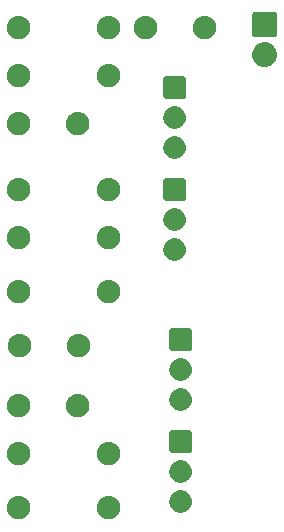
<source format=gbr>
G04 #@! TF.GenerationSoftware,KiCad,Pcbnew,8.0.1*
G04 #@! TF.CreationDate,2024-06-18T21:20:24-04:00*
G04 #@! TF.ProjectId,OdysseyDaughterCardFlipFlop,4f647973-7365-4794-9461-756768746572,1.2*
G04 #@! TF.SameCoordinates,Original*
G04 #@! TF.FileFunction,Soldermask,Top*
G04 #@! TF.FilePolarity,Negative*
%FSLAX46Y46*%
G04 Gerber Fmt 4.6, Leading zero omitted, Abs format (unit mm)*
G04 Created by KiCad (PCBNEW 8.0.1) date 2024-06-18 21:20:24*
%MOMM*%
%LPD*%
G01*
G04 APERTURE LIST*
G04 APERTURE END LIST*
G36*
X137208724Y-120416799D02*
G01*
X137252218Y-120416799D01*
X137300658Y-120425853D01*
X137355090Y-120431215D01*
X137396438Y-120443757D01*
X137433518Y-120450689D01*
X137484868Y-120470582D01*
X137542683Y-120488120D01*
X137575720Y-120505778D01*
X137605501Y-120517316D01*
X137657245Y-120549354D01*
X137715570Y-120580530D01*
X137740076Y-120600641D01*
X137762311Y-120614409D01*
X137811575Y-120659319D01*
X137867107Y-120704893D01*
X137883563Y-120724945D01*
X137898611Y-120738663D01*
X137942297Y-120796513D01*
X137991470Y-120856430D01*
X138000977Y-120874218D01*
X138009762Y-120885850D01*
X138044713Y-120956040D01*
X138083880Y-121029317D01*
X138088056Y-121043086D01*
X138091972Y-121050949D01*
X138115105Y-121132255D01*
X138140785Y-121216910D01*
X138141628Y-121225473D01*
X138142446Y-121228347D01*
X138150943Y-121320047D01*
X138160000Y-121412000D01*
X138150942Y-121503960D01*
X138142446Y-121595652D01*
X138141628Y-121598524D01*
X138140785Y-121607090D01*
X138115100Y-121691759D01*
X138091972Y-121773050D01*
X138088057Y-121780911D01*
X138083880Y-121794683D01*
X138044705Y-121867972D01*
X138009762Y-121938149D01*
X138000979Y-121949778D01*
X137991470Y-121967570D01*
X137942288Y-122027498D01*
X137898611Y-122085336D01*
X137883566Y-122099050D01*
X137867107Y-122119107D01*
X137811564Y-122164689D01*
X137762311Y-122209590D01*
X137740081Y-122223354D01*
X137715570Y-122243470D01*
X137657233Y-122274651D01*
X137605501Y-122306683D01*
X137575727Y-122318217D01*
X137542683Y-122335880D01*
X137484856Y-122353421D01*
X137433518Y-122373310D01*
X137396445Y-122380240D01*
X137355090Y-122392785D01*
X137300655Y-122398146D01*
X137252218Y-122407201D01*
X137208724Y-122407201D01*
X137160000Y-122412000D01*
X137111276Y-122407201D01*
X137067782Y-122407201D01*
X137019343Y-122398146D01*
X136964910Y-122392785D01*
X136923555Y-122380240D01*
X136886481Y-122373310D01*
X136835139Y-122353419D01*
X136777317Y-122335880D01*
X136744275Y-122318218D01*
X136714498Y-122306683D01*
X136662759Y-122274647D01*
X136604430Y-122243470D01*
X136579921Y-122223356D01*
X136557688Y-122209590D01*
X136508425Y-122164681D01*
X136452893Y-122119107D01*
X136436436Y-122099054D01*
X136421388Y-122085336D01*
X136377699Y-122027482D01*
X136328530Y-121967570D01*
X136319022Y-121949783D01*
X136310237Y-121938149D01*
X136275279Y-121867945D01*
X136236120Y-121794683D01*
X136231943Y-121780916D01*
X136228027Y-121773050D01*
X136204882Y-121691706D01*
X136179215Y-121607090D01*
X136178371Y-121598530D01*
X136177553Y-121595652D01*
X136169040Y-121503788D01*
X136160000Y-121412000D01*
X136169039Y-121320219D01*
X136177553Y-121228347D01*
X136178372Y-121225468D01*
X136179215Y-121216910D01*
X136204878Y-121132308D01*
X136228027Y-121050949D01*
X136231944Y-121043081D01*
X136236120Y-121029317D01*
X136275272Y-120956068D01*
X136310237Y-120885850D01*
X136319024Y-120874213D01*
X136328530Y-120856430D01*
X136377689Y-120796528D01*
X136421388Y-120738663D01*
X136436439Y-120724941D01*
X136452893Y-120704893D01*
X136508414Y-120659327D01*
X136557688Y-120614409D01*
X136579926Y-120600639D01*
X136604430Y-120580530D01*
X136662747Y-120549358D01*
X136714498Y-120517316D01*
X136744282Y-120505777D01*
X136777317Y-120488120D01*
X136835127Y-120470583D01*
X136886481Y-120450689D01*
X136923562Y-120443757D01*
X136964910Y-120431215D01*
X137019340Y-120425853D01*
X137067782Y-120416799D01*
X137111276Y-120416799D01*
X137160000Y-120412000D01*
X137208724Y-120416799D01*
G37*
G36*
X144828724Y-120416799D02*
G01*
X144872218Y-120416799D01*
X144920658Y-120425853D01*
X144975090Y-120431215D01*
X145016438Y-120443757D01*
X145053518Y-120450689D01*
X145104868Y-120470582D01*
X145162683Y-120488120D01*
X145195720Y-120505778D01*
X145225501Y-120517316D01*
X145277245Y-120549354D01*
X145335570Y-120580530D01*
X145360076Y-120600641D01*
X145382311Y-120614409D01*
X145431575Y-120659319D01*
X145487107Y-120704893D01*
X145503563Y-120724945D01*
X145518611Y-120738663D01*
X145562297Y-120796513D01*
X145611470Y-120856430D01*
X145620977Y-120874218D01*
X145629762Y-120885850D01*
X145664713Y-120956040D01*
X145703880Y-121029317D01*
X145708056Y-121043086D01*
X145711972Y-121050949D01*
X145735105Y-121132255D01*
X145760785Y-121216910D01*
X145761628Y-121225473D01*
X145762446Y-121228347D01*
X145770943Y-121320047D01*
X145780000Y-121412000D01*
X145770942Y-121503960D01*
X145762446Y-121595652D01*
X145761628Y-121598524D01*
X145760785Y-121607090D01*
X145735100Y-121691759D01*
X145711972Y-121773050D01*
X145708057Y-121780911D01*
X145703880Y-121794683D01*
X145664705Y-121867972D01*
X145629762Y-121938149D01*
X145620979Y-121949778D01*
X145611470Y-121967570D01*
X145562288Y-122027498D01*
X145518611Y-122085336D01*
X145503566Y-122099050D01*
X145487107Y-122119107D01*
X145431564Y-122164689D01*
X145382311Y-122209590D01*
X145360081Y-122223354D01*
X145335570Y-122243470D01*
X145277233Y-122274651D01*
X145225501Y-122306683D01*
X145195727Y-122318217D01*
X145162683Y-122335880D01*
X145104856Y-122353421D01*
X145053518Y-122373310D01*
X145016445Y-122380240D01*
X144975090Y-122392785D01*
X144920655Y-122398146D01*
X144872218Y-122407201D01*
X144828724Y-122407201D01*
X144780000Y-122412000D01*
X144731276Y-122407201D01*
X144687782Y-122407201D01*
X144639343Y-122398146D01*
X144584910Y-122392785D01*
X144543555Y-122380240D01*
X144506481Y-122373310D01*
X144455139Y-122353419D01*
X144397317Y-122335880D01*
X144364275Y-122318218D01*
X144334498Y-122306683D01*
X144282759Y-122274647D01*
X144224430Y-122243470D01*
X144199921Y-122223356D01*
X144177688Y-122209590D01*
X144128425Y-122164681D01*
X144072893Y-122119107D01*
X144056436Y-122099054D01*
X144041388Y-122085336D01*
X143997699Y-122027482D01*
X143948530Y-121967570D01*
X143939022Y-121949783D01*
X143930237Y-121938149D01*
X143895279Y-121867945D01*
X143856120Y-121794683D01*
X143851943Y-121780916D01*
X143848027Y-121773050D01*
X143824882Y-121691706D01*
X143799215Y-121607090D01*
X143798371Y-121598530D01*
X143797553Y-121595652D01*
X143789040Y-121503788D01*
X143780000Y-121412000D01*
X143789039Y-121320219D01*
X143797553Y-121228347D01*
X143798372Y-121225468D01*
X143799215Y-121216910D01*
X143824878Y-121132308D01*
X143848027Y-121050949D01*
X143851944Y-121043081D01*
X143856120Y-121029317D01*
X143895272Y-120956068D01*
X143930237Y-120885850D01*
X143939024Y-120874213D01*
X143948530Y-120856430D01*
X143997689Y-120796528D01*
X144041388Y-120738663D01*
X144056439Y-120724941D01*
X144072893Y-120704893D01*
X144128414Y-120659327D01*
X144177688Y-120614409D01*
X144199926Y-120600639D01*
X144224430Y-120580530D01*
X144282747Y-120549358D01*
X144334498Y-120517316D01*
X144364282Y-120505777D01*
X144397317Y-120488120D01*
X144455127Y-120470583D01*
X144506481Y-120450689D01*
X144543562Y-120443757D01*
X144584910Y-120431215D01*
X144639340Y-120425853D01*
X144687782Y-120416799D01*
X144731276Y-120416799D01*
X144780000Y-120412000D01*
X144828724Y-120416799D01*
G37*
G36*
X150922562Y-119958586D02*
G01*
X150963604Y-119958586D01*
X151009313Y-119967130D01*
X151061336Y-119972254D01*
X151100852Y-119984241D01*
X151135834Y-119990780D01*
X151184283Y-120009549D01*
X151239549Y-120026314D01*
X151271128Y-120043193D01*
X151299214Y-120054074D01*
X151348016Y-120084291D01*
X151403792Y-120114104D01*
X151427225Y-120133335D01*
X151448180Y-120146310D01*
X151494612Y-120188639D01*
X151547751Y-120232249D01*
X151563498Y-120251436D01*
X151577661Y-120264348D01*
X151618775Y-120318791D01*
X151665896Y-120376208D01*
X151675007Y-120393255D01*
X151683249Y-120404168D01*
X151716031Y-120470005D01*
X151753686Y-120540451D01*
X151757702Y-120553691D01*
X151761350Y-120561017D01*
X151782897Y-120636749D01*
X151807746Y-120718664D01*
X151808562Y-120726951D01*
X151809297Y-120729534D01*
X151816938Y-120811994D01*
X151826000Y-120904000D01*
X151816937Y-120996013D01*
X151809297Y-121078465D01*
X151808562Y-121081046D01*
X151807746Y-121089336D01*
X151782893Y-121171265D01*
X151761350Y-121246982D01*
X151757703Y-121254305D01*
X151753686Y-121267549D01*
X151716024Y-121338008D01*
X151683249Y-121403831D01*
X151675009Y-121414741D01*
X151665896Y-121431792D01*
X151618765Y-121489219D01*
X151577661Y-121543651D01*
X151563501Y-121556559D01*
X151547751Y-121575751D01*
X151494601Y-121619369D01*
X151448180Y-121661689D01*
X151427230Y-121674660D01*
X151403792Y-121693896D01*
X151348004Y-121723715D01*
X151299214Y-121753925D01*
X151271134Y-121764802D01*
X151239549Y-121781686D01*
X151184271Y-121798454D01*
X151135834Y-121817219D01*
X151100859Y-121823756D01*
X151061336Y-121835746D01*
X151009310Y-121840870D01*
X150963604Y-121849414D01*
X150922562Y-121849414D01*
X150876000Y-121854000D01*
X150829438Y-121849414D01*
X150788396Y-121849414D01*
X150742688Y-121840869D01*
X150690664Y-121835746D01*
X150651142Y-121823757D01*
X150616165Y-121817219D01*
X150567723Y-121798452D01*
X150512451Y-121781686D01*
X150480867Y-121764804D01*
X150452785Y-121753925D01*
X150403988Y-121723711D01*
X150348208Y-121693896D01*
X150324772Y-121674663D01*
X150303819Y-121661689D01*
X150257388Y-121619361D01*
X150204249Y-121575751D01*
X150188501Y-121556562D01*
X150174338Y-121543651D01*
X150133221Y-121489204D01*
X150086104Y-121431792D01*
X150076992Y-121414746D01*
X150068750Y-121403831D01*
X150035960Y-121337981D01*
X149998314Y-121267549D01*
X149994298Y-121254310D01*
X149990649Y-121246982D01*
X149969090Y-121171212D01*
X149944254Y-121089336D01*
X149943438Y-121081052D01*
X149942702Y-121078465D01*
X149935045Y-120995841D01*
X149926000Y-120904000D01*
X149935044Y-120812166D01*
X149942702Y-120729534D01*
X149943438Y-120726946D01*
X149944254Y-120718664D01*
X149969086Y-120636802D01*
X149990649Y-120561017D01*
X149994298Y-120553686D01*
X149998314Y-120540451D01*
X150035953Y-120470032D01*
X150068750Y-120404168D01*
X150076994Y-120393250D01*
X150086104Y-120376208D01*
X150133212Y-120318806D01*
X150174338Y-120264348D01*
X150188504Y-120251433D01*
X150204249Y-120232249D01*
X150257377Y-120188647D01*
X150303819Y-120146310D01*
X150324777Y-120133332D01*
X150348208Y-120114104D01*
X150403976Y-120084295D01*
X150452785Y-120054074D01*
X150480874Y-120043191D01*
X150512451Y-120026314D01*
X150567712Y-120009550D01*
X150616165Y-119990780D01*
X150651149Y-119984240D01*
X150690664Y-119972254D01*
X150742685Y-119967130D01*
X150788396Y-119958586D01*
X150829438Y-119958586D01*
X150876000Y-119954000D01*
X150922562Y-119958586D01*
G37*
G36*
X150922562Y-117418586D02*
G01*
X150963604Y-117418586D01*
X151009313Y-117427130D01*
X151061336Y-117432254D01*
X151100852Y-117444241D01*
X151135834Y-117450780D01*
X151184283Y-117469549D01*
X151239549Y-117486314D01*
X151271128Y-117503193D01*
X151299214Y-117514074D01*
X151348016Y-117544291D01*
X151403792Y-117574104D01*
X151427225Y-117593335D01*
X151448180Y-117606310D01*
X151494612Y-117648639D01*
X151547751Y-117692249D01*
X151563498Y-117711436D01*
X151577661Y-117724348D01*
X151618775Y-117778791D01*
X151665896Y-117836208D01*
X151675007Y-117853255D01*
X151683249Y-117864168D01*
X151716031Y-117930005D01*
X151753686Y-118000451D01*
X151757702Y-118013691D01*
X151761350Y-118021017D01*
X151782897Y-118096749D01*
X151807746Y-118178664D01*
X151808562Y-118186951D01*
X151809297Y-118189534D01*
X151816938Y-118271994D01*
X151826000Y-118364000D01*
X151816937Y-118456013D01*
X151809297Y-118538465D01*
X151808562Y-118541046D01*
X151807746Y-118549336D01*
X151782893Y-118631265D01*
X151761350Y-118706982D01*
X151757703Y-118714305D01*
X151753686Y-118727549D01*
X151716024Y-118798008D01*
X151683249Y-118863831D01*
X151675009Y-118874741D01*
X151665896Y-118891792D01*
X151618765Y-118949219D01*
X151577661Y-119003651D01*
X151563501Y-119016559D01*
X151547751Y-119035751D01*
X151494601Y-119079369D01*
X151448180Y-119121689D01*
X151427230Y-119134660D01*
X151403792Y-119153896D01*
X151348004Y-119183715D01*
X151299214Y-119213925D01*
X151271134Y-119224802D01*
X151239549Y-119241686D01*
X151184271Y-119258454D01*
X151135834Y-119277219D01*
X151100859Y-119283756D01*
X151061336Y-119295746D01*
X151009310Y-119300870D01*
X150963604Y-119309414D01*
X150922562Y-119309414D01*
X150876000Y-119314000D01*
X150829438Y-119309414D01*
X150788396Y-119309414D01*
X150742688Y-119300869D01*
X150690664Y-119295746D01*
X150651142Y-119283757D01*
X150616165Y-119277219D01*
X150567723Y-119258452D01*
X150512451Y-119241686D01*
X150480867Y-119224804D01*
X150452785Y-119213925D01*
X150403988Y-119183711D01*
X150348208Y-119153896D01*
X150324772Y-119134663D01*
X150303819Y-119121689D01*
X150257388Y-119079361D01*
X150204249Y-119035751D01*
X150188501Y-119016562D01*
X150174338Y-119003651D01*
X150133221Y-118949204D01*
X150086104Y-118891792D01*
X150076992Y-118874746D01*
X150068750Y-118863831D01*
X150035960Y-118797981D01*
X149998314Y-118727549D01*
X149994298Y-118714310D01*
X149990649Y-118706982D01*
X149969090Y-118631212D01*
X149944254Y-118549336D01*
X149943438Y-118541052D01*
X149942702Y-118538465D01*
X149935045Y-118455841D01*
X149926000Y-118364000D01*
X149935044Y-118272166D01*
X149942702Y-118189534D01*
X149943438Y-118186946D01*
X149944254Y-118178664D01*
X149969086Y-118096802D01*
X149990649Y-118021017D01*
X149994298Y-118013686D01*
X149998314Y-118000451D01*
X150035953Y-117930032D01*
X150068750Y-117864168D01*
X150076994Y-117853250D01*
X150086104Y-117836208D01*
X150133212Y-117778806D01*
X150174338Y-117724348D01*
X150188504Y-117711433D01*
X150204249Y-117692249D01*
X150257377Y-117648647D01*
X150303819Y-117606310D01*
X150324777Y-117593332D01*
X150348208Y-117574104D01*
X150403976Y-117544295D01*
X150452785Y-117514074D01*
X150480874Y-117503191D01*
X150512451Y-117486314D01*
X150567712Y-117469550D01*
X150616165Y-117450780D01*
X150651149Y-117444240D01*
X150690664Y-117432254D01*
X150742685Y-117427130D01*
X150788396Y-117418586D01*
X150829438Y-117418586D01*
X150876000Y-117414000D01*
X150922562Y-117418586D01*
G37*
G36*
X137208724Y-115844799D02*
G01*
X137252218Y-115844799D01*
X137300658Y-115853853D01*
X137355090Y-115859215D01*
X137396438Y-115871757D01*
X137433518Y-115878689D01*
X137484868Y-115898582D01*
X137542683Y-115916120D01*
X137575720Y-115933778D01*
X137605501Y-115945316D01*
X137657245Y-115977354D01*
X137715570Y-116008530D01*
X137740076Y-116028641D01*
X137762311Y-116042409D01*
X137811575Y-116087319D01*
X137867107Y-116132893D01*
X137883563Y-116152945D01*
X137898611Y-116166663D01*
X137942297Y-116224513D01*
X137991470Y-116284430D01*
X138000977Y-116302218D01*
X138009762Y-116313850D01*
X138044713Y-116384040D01*
X138083880Y-116457317D01*
X138088056Y-116471086D01*
X138091972Y-116478949D01*
X138115105Y-116560255D01*
X138140785Y-116644910D01*
X138141628Y-116653473D01*
X138142446Y-116656347D01*
X138150943Y-116748047D01*
X138160000Y-116840000D01*
X138150942Y-116931960D01*
X138142446Y-117023652D01*
X138141628Y-117026524D01*
X138140785Y-117035090D01*
X138115100Y-117119759D01*
X138091972Y-117201050D01*
X138088057Y-117208911D01*
X138083880Y-117222683D01*
X138044705Y-117295972D01*
X138009762Y-117366149D01*
X138000979Y-117377778D01*
X137991470Y-117395570D01*
X137942288Y-117455498D01*
X137898611Y-117513336D01*
X137883566Y-117527050D01*
X137867107Y-117547107D01*
X137811564Y-117592689D01*
X137762311Y-117637590D01*
X137740081Y-117651354D01*
X137715570Y-117671470D01*
X137657233Y-117702651D01*
X137605501Y-117734683D01*
X137575727Y-117746217D01*
X137542683Y-117763880D01*
X137484856Y-117781421D01*
X137433518Y-117801310D01*
X137396445Y-117808240D01*
X137355090Y-117820785D01*
X137300655Y-117826146D01*
X137252218Y-117835201D01*
X137208724Y-117835201D01*
X137160000Y-117840000D01*
X137111276Y-117835201D01*
X137067782Y-117835201D01*
X137019343Y-117826146D01*
X136964910Y-117820785D01*
X136923555Y-117808240D01*
X136886481Y-117801310D01*
X136835139Y-117781419D01*
X136777317Y-117763880D01*
X136744275Y-117746218D01*
X136714498Y-117734683D01*
X136662759Y-117702647D01*
X136604430Y-117671470D01*
X136579921Y-117651356D01*
X136557688Y-117637590D01*
X136508425Y-117592681D01*
X136452893Y-117547107D01*
X136436436Y-117527054D01*
X136421388Y-117513336D01*
X136377699Y-117455482D01*
X136328530Y-117395570D01*
X136319022Y-117377783D01*
X136310237Y-117366149D01*
X136275279Y-117295945D01*
X136236120Y-117222683D01*
X136231943Y-117208916D01*
X136228027Y-117201050D01*
X136204882Y-117119706D01*
X136179215Y-117035090D01*
X136178371Y-117026530D01*
X136177553Y-117023652D01*
X136169040Y-116931788D01*
X136160000Y-116840000D01*
X136169039Y-116748219D01*
X136177553Y-116656347D01*
X136178372Y-116653468D01*
X136179215Y-116644910D01*
X136204878Y-116560308D01*
X136228027Y-116478949D01*
X136231944Y-116471081D01*
X136236120Y-116457317D01*
X136275272Y-116384068D01*
X136310237Y-116313850D01*
X136319024Y-116302213D01*
X136328530Y-116284430D01*
X136377689Y-116224528D01*
X136421388Y-116166663D01*
X136436439Y-116152941D01*
X136452893Y-116132893D01*
X136508414Y-116087327D01*
X136557688Y-116042409D01*
X136579926Y-116028639D01*
X136604430Y-116008530D01*
X136662747Y-115977358D01*
X136714498Y-115945316D01*
X136744282Y-115933777D01*
X136777317Y-115916120D01*
X136835127Y-115898583D01*
X136886481Y-115878689D01*
X136923562Y-115871757D01*
X136964910Y-115859215D01*
X137019340Y-115853853D01*
X137067782Y-115844799D01*
X137111276Y-115844799D01*
X137160000Y-115840000D01*
X137208724Y-115844799D01*
G37*
G36*
X144828724Y-115844799D02*
G01*
X144872218Y-115844799D01*
X144920658Y-115853853D01*
X144975090Y-115859215D01*
X145016438Y-115871757D01*
X145053518Y-115878689D01*
X145104868Y-115898582D01*
X145162683Y-115916120D01*
X145195720Y-115933778D01*
X145225501Y-115945316D01*
X145277245Y-115977354D01*
X145335570Y-116008530D01*
X145360076Y-116028641D01*
X145382311Y-116042409D01*
X145431575Y-116087319D01*
X145487107Y-116132893D01*
X145503563Y-116152945D01*
X145518611Y-116166663D01*
X145562297Y-116224513D01*
X145611470Y-116284430D01*
X145620977Y-116302218D01*
X145629762Y-116313850D01*
X145664713Y-116384040D01*
X145703880Y-116457317D01*
X145708056Y-116471086D01*
X145711972Y-116478949D01*
X145735105Y-116560255D01*
X145760785Y-116644910D01*
X145761628Y-116653473D01*
X145762446Y-116656347D01*
X145770943Y-116748047D01*
X145780000Y-116840000D01*
X145770942Y-116931960D01*
X145762446Y-117023652D01*
X145761628Y-117026524D01*
X145760785Y-117035090D01*
X145735100Y-117119759D01*
X145711972Y-117201050D01*
X145708057Y-117208911D01*
X145703880Y-117222683D01*
X145664705Y-117295972D01*
X145629762Y-117366149D01*
X145620979Y-117377778D01*
X145611470Y-117395570D01*
X145562288Y-117455498D01*
X145518611Y-117513336D01*
X145503566Y-117527050D01*
X145487107Y-117547107D01*
X145431564Y-117592689D01*
X145382311Y-117637590D01*
X145360081Y-117651354D01*
X145335570Y-117671470D01*
X145277233Y-117702651D01*
X145225501Y-117734683D01*
X145195727Y-117746217D01*
X145162683Y-117763880D01*
X145104856Y-117781421D01*
X145053518Y-117801310D01*
X145016445Y-117808240D01*
X144975090Y-117820785D01*
X144920655Y-117826146D01*
X144872218Y-117835201D01*
X144828724Y-117835201D01*
X144780000Y-117840000D01*
X144731276Y-117835201D01*
X144687782Y-117835201D01*
X144639343Y-117826146D01*
X144584910Y-117820785D01*
X144543555Y-117808240D01*
X144506481Y-117801310D01*
X144455139Y-117781419D01*
X144397317Y-117763880D01*
X144364275Y-117746218D01*
X144334498Y-117734683D01*
X144282759Y-117702647D01*
X144224430Y-117671470D01*
X144199921Y-117651356D01*
X144177688Y-117637590D01*
X144128425Y-117592681D01*
X144072893Y-117547107D01*
X144056436Y-117527054D01*
X144041388Y-117513336D01*
X143997699Y-117455482D01*
X143948530Y-117395570D01*
X143939022Y-117377783D01*
X143930237Y-117366149D01*
X143895279Y-117295945D01*
X143856120Y-117222683D01*
X143851943Y-117208916D01*
X143848027Y-117201050D01*
X143824882Y-117119706D01*
X143799215Y-117035090D01*
X143798371Y-117026530D01*
X143797553Y-117023652D01*
X143789040Y-116931788D01*
X143780000Y-116840000D01*
X143789039Y-116748219D01*
X143797553Y-116656347D01*
X143798372Y-116653468D01*
X143799215Y-116644910D01*
X143824878Y-116560308D01*
X143848027Y-116478949D01*
X143851944Y-116471081D01*
X143856120Y-116457317D01*
X143895272Y-116384068D01*
X143930237Y-116313850D01*
X143939024Y-116302213D01*
X143948530Y-116284430D01*
X143997689Y-116224528D01*
X144041388Y-116166663D01*
X144056439Y-116152941D01*
X144072893Y-116132893D01*
X144128414Y-116087327D01*
X144177688Y-116042409D01*
X144199926Y-116028639D01*
X144224430Y-116008530D01*
X144282747Y-115977358D01*
X144334498Y-115945316D01*
X144364282Y-115933777D01*
X144397317Y-115916120D01*
X144455127Y-115898583D01*
X144506481Y-115878689D01*
X144543562Y-115871757D01*
X144584910Y-115859215D01*
X144639340Y-115853853D01*
X144687782Y-115844799D01*
X144731276Y-115844799D01*
X144780000Y-115840000D01*
X144828724Y-115844799D01*
G37*
G36*
X151642043Y-114877191D02*
G01*
X151674727Y-114881494D01*
X151682948Y-114885327D01*
X151702537Y-114889224D01*
X151728480Y-114906559D01*
X151739608Y-114911748D01*
X151746378Y-114918518D01*
X151767421Y-114932579D01*
X151781481Y-114953621D01*
X151788251Y-114960391D01*
X151793438Y-114971516D01*
X151810776Y-114997463D01*
X151814672Y-115017053D01*
X151818505Y-115025272D01*
X151822806Y-115057945D01*
X151826000Y-115074000D01*
X151826000Y-116574000D01*
X151822805Y-116590058D01*
X151818505Y-116622727D01*
X151814673Y-116630944D01*
X151810776Y-116650537D01*
X151793437Y-116676485D01*
X151788251Y-116687608D01*
X151781483Y-116694375D01*
X151767421Y-116715421D01*
X151746375Y-116729483D01*
X151739608Y-116736251D01*
X151728485Y-116741437D01*
X151702537Y-116758776D01*
X151682944Y-116762673D01*
X151674727Y-116766505D01*
X151642056Y-116770806D01*
X151626000Y-116774000D01*
X150126000Y-116774000D01*
X150109943Y-116770806D01*
X150077272Y-116766505D01*
X150069053Y-116762672D01*
X150049463Y-116758776D01*
X150023516Y-116741438D01*
X150012391Y-116736251D01*
X150005621Y-116729481D01*
X149984579Y-116715421D01*
X149970518Y-116694378D01*
X149963748Y-116687608D01*
X149958559Y-116676480D01*
X149941224Y-116650537D01*
X149937327Y-116630948D01*
X149933494Y-116622727D01*
X149929190Y-116590041D01*
X149926000Y-116574000D01*
X149926000Y-115074000D01*
X149929190Y-115057958D01*
X149933494Y-115025272D01*
X149937327Y-115017049D01*
X149941224Y-114997463D01*
X149958557Y-114971521D01*
X149963748Y-114960391D01*
X149970520Y-114953618D01*
X149984579Y-114932579D01*
X150005618Y-114918520D01*
X150012391Y-114911748D01*
X150023521Y-114906557D01*
X150049463Y-114889224D01*
X150069049Y-114885327D01*
X150077272Y-114881494D01*
X150109960Y-114877190D01*
X150126000Y-114874000D01*
X151626000Y-114874000D01*
X151642043Y-114877191D01*
G37*
G36*
X137208724Y-111780799D02*
G01*
X137252218Y-111780799D01*
X137300658Y-111789853D01*
X137355090Y-111795215D01*
X137396438Y-111807757D01*
X137433518Y-111814689D01*
X137484868Y-111834582D01*
X137542683Y-111852120D01*
X137575720Y-111869778D01*
X137605501Y-111881316D01*
X137657245Y-111913354D01*
X137715570Y-111944530D01*
X137740076Y-111964641D01*
X137762311Y-111978409D01*
X137811575Y-112023319D01*
X137867107Y-112068893D01*
X137883563Y-112088945D01*
X137898611Y-112102663D01*
X137942297Y-112160513D01*
X137991470Y-112220430D01*
X138000977Y-112238218D01*
X138009762Y-112249850D01*
X138044713Y-112320040D01*
X138083880Y-112393317D01*
X138088056Y-112407086D01*
X138091972Y-112414949D01*
X138115105Y-112496255D01*
X138140785Y-112580910D01*
X138141628Y-112589473D01*
X138142446Y-112592347D01*
X138150943Y-112684047D01*
X138160000Y-112776000D01*
X138150942Y-112867960D01*
X138142446Y-112959652D01*
X138141628Y-112962524D01*
X138140785Y-112971090D01*
X138115100Y-113055759D01*
X138091972Y-113137050D01*
X138088057Y-113144911D01*
X138083880Y-113158683D01*
X138044705Y-113231972D01*
X138009762Y-113302149D01*
X138000979Y-113313778D01*
X137991470Y-113331570D01*
X137942288Y-113391498D01*
X137898611Y-113449336D01*
X137883566Y-113463050D01*
X137867107Y-113483107D01*
X137811564Y-113528689D01*
X137762311Y-113573590D01*
X137740081Y-113587354D01*
X137715570Y-113607470D01*
X137657233Y-113638651D01*
X137605501Y-113670683D01*
X137575727Y-113682217D01*
X137542683Y-113699880D01*
X137484856Y-113717421D01*
X137433518Y-113737310D01*
X137396445Y-113744240D01*
X137355090Y-113756785D01*
X137300655Y-113762146D01*
X137252218Y-113771201D01*
X137208724Y-113771201D01*
X137160000Y-113776000D01*
X137111276Y-113771201D01*
X137067782Y-113771201D01*
X137019343Y-113762146D01*
X136964910Y-113756785D01*
X136923555Y-113744240D01*
X136886481Y-113737310D01*
X136835139Y-113717419D01*
X136777317Y-113699880D01*
X136744275Y-113682218D01*
X136714498Y-113670683D01*
X136662759Y-113638647D01*
X136604430Y-113607470D01*
X136579921Y-113587356D01*
X136557688Y-113573590D01*
X136508425Y-113528681D01*
X136452893Y-113483107D01*
X136436436Y-113463054D01*
X136421388Y-113449336D01*
X136377699Y-113391482D01*
X136328530Y-113331570D01*
X136319022Y-113313783D01*
X136310237Y-113302149D01*
X136275279Y-113231945D01*
X136236120Y-113158683D01*
X136231943Y-113144916D01*
X136228027Y-113137050D01*
X136204882Y-113055706D01*
X136179215Y-112971090D01*
X136178371Y-112962530D01*
X136177553Y-112959652D01*
X136169040Y-112867788D01*
X136160000Y-112776000D01*
X136169039Y-112684219D01*
X136177553Y-112592347D01*
X136178372Y-112589468D01*
X136179215Y-112580910D01*
X136204878Y-112496308D01*
X136228027Y-112414949D01*
X136231944Y-112407081D01*
X136236120Y-112393317D01*
X136275272Y-112320068D01*
X136310237Y-112249850D01*
X136319024Y-112238213D01*
X136328530Y-112220430D01*
X136377689Y-112160528D01*
X136421388Y-112102663D01*
X136436439Y-112088941D01*
X136452893Y-112068893D01*
X136508414Y-112023327D01*
X136557688Y-111978409D01*
X136579926Y-111964639D01*
X136604430Y-111944530D01*
X136662747Y-111913358D01*
X136714498Y-111881316D01*
X136744282Y-111869777D01*
X136777317Y-111852120D01*
X136835127Y-111834583D01*
X136886481Y-111814689D01*
X136923562Y-111807757D01*
X136964910Y-111795215D01*
X137019340Y-111789853D01*
X137067782Y-111780799D01*
X137111276Y-111780799D01*
X137160000Y-111776000D01*
X137208724Y-111780799D01*
G37*
G36*
X142208724Y-111780799D02*
G01*
X142252218Y-111780799D01*
X142300658Y-111789853D01*
X142355090Y-111795215D01*
X142396438Y-111807757D01*
X142433518Y-111814689D01*
X142484868Y-111834582D01*
X142542683Y-111852120D01*
X142575720Y-111869778D01*
X142605501Y-111881316D01*
X142657245Y-111913354D01*
X142715570Y-111944530D01*
X142740076Y-111964641D01*
X142762311Y-111978409D01*
X142811575Y-112023319D01*
X142867107Y-112068893D01*
X142883563Y-112088945D01*
X142898611Y-112102663D01*
X142942297Y-112160513D01*
X142991470Y-112220430D01*
X143000977Y-112238218D01*
X143009762Y-112249850D01*
X143044713Y-112320040D01*
X143083880Y-112393317D01*
X143088056Y-112407086D01*
X143091972Y-112414949D01*
X143115105Y-112496255D01*
X143140785Y-112580910D01*
X143141628Y-112589473D01*
X143142446Y-112592347D01*
X143150943Y-112684047D01*
X143160000Y-112776000D01*
X143150942Y-112867960D01*
X143142446Y-112959652D01*
X143141628Y-112962524D01*
X143140785Y-112971090D01*
X143115100Y-113055759D01*
X143091972Y-113137050D01*
X143088057Y-113144911D01*
X143083880Y-113158683D01*
X143044705Y-113231972D01*
X143009762Y-113302149D01*
X143000979Y-113313778D01*
X142991470Y-113331570D01*
X142942288Y-113391498D01*
X142898611Y-113449336D01*
X142883566Y-113463050D01*
X142867107Y-113483107D01*
X142811564Y-113528689D01*
X142762311Y-113573590D01*
X142740081Y-113587354D01*
X142715570Y-113607470D01*
X142657233Y-113638651D01*
X142605501Y-113670683D01*
X142575727Y-113682217D01*
X142542683Y-113699880D01*
X142484856Y-113717421D01*
X142433518Y-113737310D01*
X142396445Y-113744240D01*
X142355090Y-113756785D01*
X142300655Y-113762146D01*
X142252218Y-113771201D01*
X142208724Y-113771201D01*
X142160000Y-113776000D01*
X142111276Y-113771201D01*
X142067782Y-113771201D01*
X142019343Y-113762146D01*
X141964910Y-113756785D01*
X141923555Y-113744240D01*
X141886481Y-113737310D01*
X141835139Y-113717419D01*
X141777317Y-113699880D01*
X141744275Y-113682218D01*
X141714498Y-113670683D01*
X141662759Y-113638647D01*
X141604430Y-113607470D01*
X141579921Y-113587356D01*
X141557688Y-113573590D01*
X141508425Y-113528681D01*
X141452893Y-113483107D01*
X141436436Y-113463054D01*
X141421388Y-113449336D01*
X141377699Y-113391482D01*
X141328530Y-113331570D01*
X141319022Y-113313783D01*
X141310237Y-113302149D01*
X141275279Y-113231945D01*
X141236120Y-113158683D01*
X141231943Y-113144916D01*
X141228027Y-113137050D01*
X141204882Y-113055706D01*
X141179215Y-112971090D01*
X141178371Y-112962530D01*
X141177553Y-112959652D01*
X141169040Y-112867788D01*
X141160000Y-112776000D01*
X141169039Y-112684219D01*
X141177553Y-112592347D01*
X141178372Y-112589468D01*
X141179215Y-112580910D01*
X141204878Y-112496308D01*
X141228027Y-112414949D01*
X141231944Y-112407081D01*
X141236120Y-112393317D01*
X141275272Y-112320068D01*
X141310237Y-112249850D01*
X141319024Y-112238213D01*
X141328530Y-112220430D01*
X141377689Y-112160528D01*
X141421388Y-112102663D01*
X141436439Y-112088941D01*
X141452893Y-112068893D01*
X141508414Y-112023327D01*
X141557688Y-111978409D01*
X141579926Y-111964639D01*
X141604430Y-111944530D01*
X141662747Y-111913358D01*
X141714498Y-111881316D01*
X141744282Y-111869777D01*
X141777317Y-111852120D01*
X141835127Y-111834583D01*
X141886481Y-111814689D01*
X141923562Y-111807757D01*
X141964910Y-111795215D01*
X142019340Y-111789853D01*
X142067782Y-111780799D01*
X142111276Y-111780799D01*
X142160000Y-111776000D01*
X142208724Y-111780799D01*
G37*
G36*
X150922562Y-111322586D02*
G01*
X150963604Y-111322586D01*
X151009313Y-111331130D01*
X151061336Y-111336254D01*
X151100852Y-111348241D01*
X151135834Y-111354780D01*
X151184283Y-111373549D01*
X151239549Y-111390314D01*
X151271128Y-111407193D01*
X151299214Y-111418074D01*
X151348016Y-111448291D01*
X151403792Y-111478104D01*
X151427225Y-111497335D01*
X151448180Y-111510310D01*
X151494612Y-111552639D01*
X151547751Y-111596249D01*
X151563498Y-111615436D01*
X151577661Y-111628348D01*
X151618775Y-111682791D01*
X151665896Y-111740208D01*
X151675007Y-111757255D01*
X151683249Y-111768168D01*
X151716031Y-111834005D01*
X151753686Y-111904451D01*
X151757702Y-111917691D01*
X151761350Y-111925017D01*
X151782897Y-112000749D01*
X151807746Y-112082664D01*
X151808562Y-112090951D01*
X151809297Y-112093534D01*
X151816938Y-112175994D01*
X151826000Y-112268000D01*
X151816937Y-112360013D01*
X151809297Y-112442465D01*
X151808562Y-112445046D01*
X151807746Y-112453336D01*
X151782893Y-112535265D01*
X151761350Y-112610982D01*
X151757703Y-112618305D01*
X151753686Y-112631549D01*
X151716024Y-112702008D01*
X151683249Y-112767831D01*
X151675009Y-112778741D01*
X151665896Y-112795792D01*
X151618765Y-112853219D01*
X151577661Y-112907651D01*
X151563501Y-112920559D01*
X151547751Y-112939751D01*
X151494601Y-112983369D01*
X151448180Y-113025689D01*
X151427230Y-113038660D01*
X151403792Y-113057896D01*
X151348004Y-113087715D01*
X151299214Y-113117925D01*
X151271134Y-113128802D01*
X151239549Y-113145686D01*
X151184271Y-113162454D01*
X151135834Y-113181219D01*
X151100859Y-113187756D01*
X151061336Y-113199746D01*
X151009310Y-113204870D01*
X150963604Y-113213414D01*
X150922562Y-113213414D01*
X150876000Y-113218000D01*
X150829438Y-113213414D01*
X150788396Y-113213414D01*
X150742688Y-113204869D01*
X150690664Y-113199746D01*
X150651142Y-113187757D01*
X150616165Y-113181219D01*
X150567723Y-113162452D01*
X150512451Y-113145686D01*
X150480867Y-113128804D01*
X150452785Y-113117925D01*
X150403988Y-113087711D01*
X150348208Y-113057896D01*
X150324772Y-113038663D01*
X150303819Y-113025689D01*
X150257388Y-112983361D01*
X150204249Y-112939751D01*
X150188501Y-112920562D01*
X150174338Y-112907651D01*
X150133221Y-112853204D01*
X150086104Y-112795792D01*
X150076992Y-112778746D01*
X150068750Y-112767831D01*
X150035960Y-112701981D01*
X149998314Y-112631549D01*
X149994298Y-112618310D01*
X149990649Y-112610982D01*
X149969090Y-112535212D01*
X149944254Y-112453336D01*
X149943438Y-112445052D01*
X149942702Y-112442465D01*
X149935045Y-112359841D01*
X149926000Y-112268000D01*
X149935044Y-112176166D01*
X149942702Y-112093534D01*
X149943438Y-112090946D01*
X149944254Y-112082664D01*
X149969086Y-112000802D01*
X149990649Y-111925017D01*
X149994298Y-111917686D01*
X149998314Y-111904451D01*
X150035953Y-111834032D01*
X150068750Y-111768168D01*
X150076994Y-111757250D01*
X150086104Y-111740208D01*
X150133212Y-111682806D01*
X150174338Y-111628348D01*
X150188504Y-111615433D01*
X150204249Y-111596249D01*
X150257377Y-111552647D01*
X150303819Y-111510310D01*
X150324777Y-111497332D01*
X150348208Y-111478104D01*
X150403976Y-111448295D01*
X150452785Y-111418074D01*
X150480874Y-111407191D01*
X150512451Y-111390314D01*
X150567712Y-111373550D01*
X150616165Y-111354780D01*
X150651149Y-111348240D01*
X150690664Y-111336254D01*
X150742685Y-111331130D01*
X150788396Y-111322586D01*
X150829438Y-111322586D01*
X150876000Y-111318000D01*
X150922562Y-111322586D01*
G37*
G36*
X150922562Y-108782586D02*
G01*
X150963604Y-108782586D01*
X151009313Y-108791130D01*
X151061336Y-108796254D01*
X151100852Y-108808241D01*
X151135834Y-108814780D01*
X151184283Y-108833549D01*
X151239549Y-108850314D01*
X151271128Y-108867193D01*
X151299214Y-108878074D01*
X151348016Y-108908291D01*
X151403792Y-108938104D01*
X151427225Y-108957335D01*
X151448180Y-108970310D01*
X151494612Y-109012639D01*
X151547751Y-109056249D01*
X151563498Y-109075436D01*
X151577661Y-109088348D01*
X151618775Y-109142791D01*
X151665896Y-109200208D01*
X151675007Y-109217255D01*
X151683249Y-109228168D01*
X151716031Y-109294005D01*
X151753686Y-109364451D01*
X151757702Y-109377691D01*
X151761350Y-109385017D01*
X151782897Y-109460749D01*
X151807746Y-109542664D01*
X151808562Y-109550951D01*
X151809297Y-109553534D01*
X151816938Y-109635994D01*
X151826000Y-109728000D01*
X151816937Y-109820013D01*
X151809297Y-109902465D01*
X151808562Y-109905046D01*
X151807746Y-109913336D01*
X151782893Y-109995265D01*
X151761350Y-110070982D01*
X151757703Y-110078305D01*
X151753686Y-110091549D01*
X151716024Y-110162008D01*
X151683249Y-110227831D01*
X151675009Y-110238741D01*
X151665896Y-110255792D01*
X151618765Y-110313219D01*
X151577661Y-110367651D01*
X151563501Y-110380559D01*
X151547751Y-110399751D01*
X151494601Y-110443369D01*
X151448180Y-110485689D01*
X151427230Y-110498660D01*
X151403792Y-110517896D01*
X151348004Y-110547715D01*
X151299214Y-110577925D01*
X151271134Y-110588802D01*
X151239549Y-110605686D01*
X151184271Y-110622454D01*
X151135834Y-110641219D01*
X151100859Y-110647756D01*
X151061336Y-110659746D01*
X151009310Y-110664870D01*
X150963604Y-110673414D01*
X150922562Y-110673414D01*
X150876000Y-110678000D01*
X150829438Y-110673414D01*
X150788396Y-110673414D01*
X150742688Y-110664869D01*
X150690664Y-110659746D01*
X150651142Y-110647757D01*
X150616165Y-110641219D01*
X150567723Y-110622452D01*
X150512451Y-110605686D01*
X150480867Y-110588804D01*
X150452785Y-110577925D01*
X150403988Y-110547711D01*
X150348208Y-110517896D01*
X150324772Y-110498663D01*
X150303819Y-110485689D01*
X150257388Y-110443361D01*
X150204249Y-110399751D01*
X150188501Y-110380562D01*
X150174338Y-110367651D01*
X150133221Y-110313204D01*
X150086104Y-110255792D01*
X150076992Y-110238746D01*
X150068750Y-110227831D01*
X150035960Y-110161981D01*
X149998314Y-110091549D01*
X149994298Y-110078310D01*
X149990649Y-110070982D01*
X149969090Y-109995212D01*
X149944254Y-109913336D01*
X149943438Y-109905052D01*
X149942702Y-109902465D01*
X149935045Y-109819841D01*
X149926000Y-109728000D01*
X149935044Y-109636166D01*
X149942702Y-109553534D01*
X149943438Y-109550946D01*
X149944254Y-109542664D01*
X149969086Y-109460802D01*
X149990649Y-109385017D01*
X149994298Y-109377686D01*
X149998314Y-109364451D01*
X150035953Y-109294032D01*
X150068750Y-109228168D01*
X150076994Y-109217250D01*
X150086104Y-109200208D01*
X150133212Y-109142806D01*
X150174338Y-109088348D01*
X150188504Y-109075433D01*
X150204249Y-109056249D01*
X150257377Y-109012647D01*
X150303819Y-108970310D01*
X150324777Y-108957332D01*
X150348208Y-108938104D01*
X150403976Y-108908295D01*
X150452785Y-108878074D01*
X150480874Y-108867191D01*
X150512451Y-108850314D01*
X150567712Y-108833550D01*
X150616165Y-108814780D01*
X150651149Y-108808240D01*
X150690664Y-108796254D01*
X150742685Y-108791130D01*
X150788396Y-108782586D01*
X150829438Y-108782586D01*
X150876000Y-108778000D01*
X150922562Y-108782586D01*
G37*
G36*
X137288724Y-106700799D02*
G01*
X137332218Y-106700799D01*
X137380658Y-106709853D01*
X137435090Y-106715215D01*
X137476438Y-106727757D01*
X137513518Y-106734689D01*
X137564868Y-106754582D01*
X137622683Y-106772120D01*
X137655720Y-106789778D01*
X137685501Y-106801316D01*
X137737245Y-106833354D01*
X137795570Y-106864530D01*
X137820076Y-106884641D01*
X137842311Y-106898409D01*
X137891575Y-106943319D01*
X137947107Y-106988893D01*
X137963563Y-107008945D01*
X137978611Y-107022663D01*
X138022297Y-107080513D01*
X138071470Y-107140430D01*
X138080977Y-107158218D01*
X138089762Y-107169850D01*
X138124713Y-107240040D01*
X138163880Y-107313317D01*
X138168056Y-107327086D01*
X138171972Y-107334949D01*
X138195105Y-107416255D01*
X138220785Y-107500910D01*
X138221628Y-107509473D01*
X138222446Y-107512347D01*
X138230943Y-107604047D01*
X138240000Y-107696000D01*
X138230942Y-107787960D01*
X138222446Y-107879652D01*
X138221628Y-107882524D01*
X138220785Y-107891090D01*
X138195100Y-107975759D01*
X138171972Y-108057050D01*
X138168057Y-108064911D01*
X138163880Y-108078683D01*
X138124705Y-108151972D01*
X138089762Y-108222149D01*
X138080979Y-108233778D01*
X138071470Y-108251570D01*
X138022288Y-108311498D01*
X137978611Y-108369336D01*
X137963566Y-108383050D01*
X137947107Y-108403107D01*
X137891564Y-108448689D01*
X137842311Y-108493590D01*
X137820081Y-108507354D01*
X137795570Y-108527470D01*
X137737233Y-108558651D01*
X137685501Y-108590683D01*
X137655727Y-108602217D01*
X137622683Y-108619880D01*
X137564856Y-108637421D01*
X137513518Y-108657310D01*
X137476445Y-108664240D01*
X137435090Y-108676785D01*
X137380655Y-108682146D01*
X137332218Y-108691201D01*
X137288724Y-108691201D01*
X137240000Y-108696000D01*
X137191276Y-108691201D01*
X137147782Y-108691201D01*
X137099343Y-108682146D01*
X137044910Y-108676785D01*
X137003555Y-108664240D01*
X136966481Y-108657310D01*
X136915139Y-108637419D01*
X136857317Y-108619880D01*
X136824275Y-108602218D01*
X136794498Y-108590683D01*
X136742759Y-108558647D01*
X136684430Y-108527470D01*
X136659921Y-108507356D01*
X136637688Y-108493590D01*
X136588425Y-108448681D01*
X136532893Y-108403107D01*
X136516436Y-108383054D01*
X136501388Y-108369336D01*
X136457699Y-108311482D01*
X136408530Y-108251570D01*
X136399022Y-108233783D01*
X136390237Y-108222149D01*
X136355279Y-108151945D01*
X136316120Y-108078683D01*
X136311943Y-108064916D01*
X136308027Y-108057050D01*
X136284882Y-107975706D01*
X136259215Y-107891090D01*
X136258371Y-107882530D01*
X136257553Y-107879652D01*
X136249040Y-107787788D01*
X136240000Y-107696000D01*
X136249039Y-107604219D01*
X136257553Y-107512347D01*
X136258372Y-107509468D01*
X136259215Y-107500910D01*
X136284878Y-107416308D01*
X136308027Y-107334949D01*
X136311944Y-107327081D01*
X136316120Y-107313317D01*
X136355272Y-107240068D01*
X136390237Y-107169850D01*
X136399024Y-107158213D01*
X136408530Y-107140430D01*
X136457689Y-107080528D01*
X136501388Y-107022663D01*
X136516439Y-107008941D01*
X136532893Y-106988893D01*
X136588414Y-106943327D01*
X136637688Y-106898409D01*
X136659926Y-106884639D01*
X136684430Y-106864530D01*
X136742747Y-106833358D01*
X136794498Y-106801316D01*
X136824282Y-106789777D01*
X136857317Y-106772120D01*
X136915127Y-106754583D01*
X136966481Y-106734689D01*
X137003562Y-106727757D01*
X137044910Y-106715215D01*
X137099340Y-106709853D01*
X137147782Y-106700799D01*
X137191276Y-106700799D01*
X137240000Y-106696000D01*
X137288724Y-106700799D01*
G37*
G36*
X142288724Y-106700799D02*
G01*
X142332218Y-106700799D01*
X142380658Y-106709853D01*
X142435090Y-106715215D01*
X142476438Y-106727757D01*
X142513518Y-106734689D01*
X142564868Y-106754582D01*
X142622683Y-106772120D01*
X142655720Y-106789778D01*
X142685501Y-106801316D01*
X142737245Y-106833354D01*
X142795570Y-106864530D01*
X142820076Y-106884641D01*
X142842311Y-106898409D01*
X142891575Y-106943319D01*
X142947107Y-106988893D01*
X142963563Y-107008945D01*
X142978611Y-107022663D01*
X143022297Y-107080513D01*
X143071470Y-107140430D01*
X143080977Y-107158218D01*
X143089762Y-107169850D01*
X143124713Y-107240040D01*
X143163880Y-107313317D01*
X143168056Y-107327086D01*
X143171972Y-107334949D01*
X143195105Y-107416255D01*
X143220785Y-107500910D01*
X143221628Y-107509473D01*
X143222446Y-107512347D01*
X143230943Y-107604047D01*
X143240000Y-107696000D01*
X143230942Y-107787960D01*
X143222446Y-107879652D01*
X143221628Y-107882524D01*
X143220785Y-107891090D01*
X143195100Y-107975759D01*
X143171972Y-108057050D01*
X143168057Y-108064911D01*
X143163880Y-108078683D01*
X143124705Y-108151972D01*
X143089762Y-108222149D01*
X143080979Y-108233778D01*
X143071470Y-108251570D01*
X143022288Y-108311498D01*
X142978611Y-108369336D01*
X142963566Y-108383050D01*
X142947107Y-108403107D01*
X142891564Y-108448689D01*
X142842311Y-108493590D01*
X142820081Y-108507354D01*
X142795570Y-108527470D01*
X142737233Y-108558651D01*
X142685501Y-108590683D01*
X142655727Y-108602217D01*
X142622683Y-108619880D01*
X142564856Y-108637421D01*
X142513518Y-108657310D01*
X142476445Y-108664240D01*
X142435090Y-108676785D01*
X142380655Y-108682146D01*
X142332218Y-108691201D01*
X142288724Y-108691201D01*
X142240000Y-108696000D01*
X142191276Y-108691201D01*
X142147782Y-108691201D01*
X142099343Y-108682146D01*
X142044910Y-108676785D01*
X142003555Y-108664240D01*
X141966481Y-108657310D01*
X141915139Y-108637419D01*
X141857317Y-108619880D01*
X141824275Y-108602218D01*
X141794498Y-108590683D01*
X141742759Y-108558647D01*
X141684430Y-108527470D01*
X141659921Y-108507356D01*
X141637688Y-108493590D01*
X141588425Y-108448681D01*
X141532893Y-108403107D01*
X141516436Y-108383054D01*
X141501388Y-108369336D01*
X141457699Y-108311482D01*
X141408530Y-108251570D01*
X141399022Y-108233783D01*
X141390237Y-108222149D01*
X141355279Y-108151945D01*
X141316120Y-108078683D01*
X141311943Y-108064916D01*
X141308027Y-108057050D01*
X141284882Y-107975706D01*
X141259215Y-107891090D01*
X141258371Y-107882530D01*
X141257553Y-107879652D01*
X141249040Y-107787788D01*
X141240000Y-107696000D01*
X141249039Y-107604219D01*
X141257553Y-107512347D01*
X141258372Y-107509468D01*
X141259215Y-107500910D01*
X141284878Y-107416308D01*
X141308027Y-107334949D01*
X141311944Y-107327081D01*
X141316120Y-107313317D01*
X141355272Y-107240068D01*
X141390237Y-107169850D01*
X141399024Y-107158213D01*
X141408530Y-107140430D01*
X141457689Y-107080528D01*
X141501388Y-107022663D01*
X141516439Y-107008941D01*
X141532893Y-106988893D01*
X141588414Y-106943327D01*
X141637688Y-106898409D01*
X141659926Y-106884639D01*
X141684430Y-106864530D01*
X141742747Y-106833358D01*
X141794498Y-106801316D01*
X141824282Y-106789777D01*
X141857317Y-106772120D01*
X141915127Y-106754583D01*
X141966481Y-106734689D01*
X142003562Y-106727757D01*
X142044910Y-106715215D01*
X142099340Y-106709853D01*
X142147782Y-106700799D01*
X142191276Y-106700799D01*
X142240000Y-106696000D01*
X142288724Y-106700799D01*
G37*
G36*
X151642043Y-106241191D02*
G01*
X151674727Y-106245494D01*
X151682948Y-106249327D01*
X151702537Y-106253224D01*
X151728480Y-106270559D01*
X151739608Y-106275748D01*
X151746378Y-106282518D01*
X151767421Y-106296579D01*
X151781481Y-106317621D01*
X151788251Y-106324391D01*
X151793438Y-106335516D01*
X151810776Y-106361463D01*
X151814672Y-106381053D01*
X151818505Y-106389272D01*
X151822806Y-106421945D01*
X151826000Y-106438000D01*
X151826000Y-107938000D01*
X151822805Y-107954058D01*
X151818505Y-107986727D01*
X151814673Y-107994944D01*
X151810776Y-108014537D01*
X151793437Y-108040485D01*
X151788251Y-108051608D01*
X151781483Y-108058375D01*
X151767421Y-108079421D01*
X151746375Y-108093483D01*
X151739608Y-108100251D01*
X151728485Y-108105437D01*
X151702537Y-108122776D01*
X151682944Y-108126673D01*
X151674727Y-108130505D01*
X151642056Y-108134806D01*
X151626000Y-108138000D01*
X150126000Y-108138000D01*
X150109943Y-108134806D01*
X150077272Y-108130505D01*
X150069053Y-108126672D01*
X150049463Y-108122776D01*
X150023516Y-108105438D01*
X150012391Y-108100251D01*
X150005621Y-108093481D01*
X149984579Y-108079421D01*
X149970518Y-108058378D01*
X149963748Y-108051608D01*
X149958559Y-108040480D01*
X149941224Y-108014537D01*
X149937327Y-107994948D01*
X149933494Y-107986727D01*
X149929190Y-107954041D01*
X149926000Y-107938000D01*
X149926000Y-106438000D01*
X149929190Y-106421958D01*
X149933494Y-106389272D01*
X149937327Y-106381049D01*
X149941224Y-106361463D01*
X149958557Y-106335521D01*
X149963748Y-106324391D01*
X149970520Y-106317618D01*
X149984579Y-106296579D01*
X150005618Y-106282520D01*
X150012391Y-106275748D01*
X150023521Y-106270557D01*
X150049463Y-106253224D01*
X150069049Y-106249327D01*
X150077272Y-106245494D01*
X150109960Y-106241190D01*
X150126000Y-106238000D01*
X151626000Y-106238000D01*
X151642043Y-106241191D01*
G37*
G36*
X137208724Y-102128799D02*
G01*
X137252218Y-102128799D01*
X137300658Y-102137853D01*
X137355090Y-102143215D01*
X137396438Y-102155757D01*
X137433518Y-102162689D01*
X137484868Y-102182582D01*
X137542683Y-102200120D01*
X137575720Y-102217778D01*
X137605501Y-102229316D01*
X137657245Y-102261354D01*
X137715570Y-102292530D01*
X137740076Y-102312641D01*
X137762311Y-102326409D01*
X137811575Y-102371319D01*
X137867107Y-102416893D01*
X137883563Y-102436945D01*
X137898611Y-102450663D01*
X137942297Y-102508513D01*
X137991470Y-102568430D01*
X138000977Y-102586218D01*
X138009762Y-102597850D01*
X138044713Y-102668040D01*
X138083880Y-102741317D01*
X138088056Y-102755086D01*
X138091972Y-102762949D01*
X138115105Y-102844255D01*
X138140785Y-102928910D01*
X138141628Y-102937473D01*
X138142446Y-102940347D01*
X138150943Y-103032047D01*
X138160000Y-103124000D01*
X138150942Y-103215960D01*
X138142446Y-103307652D01*
X138141628Y-103310524D01*
X138140785Y-103319090D01*
X138115100Y-103403759D01*
X138091972Y-103485050D01*
X138088057Y-103492911D01*
X138083880Y-103506683D01*
X138044705Y-103579972D01*
X138009762Y-103650149D01*
X138000979Y-103661778D01*
X137991470Y-103679570D01*
X137942288Y-103739498D01*
X137898611Y-103797336D01*
X137883566Y-103811050D01*
X137867107Y-103831107D01*
X137811564Y-103876689D01*
X137762311Y-103921590D01*
X137740081Y-103935354D01*
X137715570Y-103955470D01*
X137657233Y-103986651D01*
X137605501Y-104018683D01*
X137575727Y-104030217D01*
X137542683Y-104047880D01*
X137484856Y-104065421D01*
X137433518Y-104085310D01*
X137396445Y-104092240D01*
X137355090Y-104104785D01*
X137300655Y-104110146D01*
X137252218Y-104119201D01*
X137208724Y-104119201D01*
X137160000Y-104124000D01*
X137111276Y-104119201D01*
X137067782Y-104119201D01*
X137019343Y-104110146D01*
X136964910Y-104104785D01*
X136923555Y-104092240D01*
X136886481Y-104085310D01*
X136835139Y-104065419D01*
X136777317Y-104047880D01*
X136744275Y-104030218D01*
X136714498Y-104018683D01*
X136662759Y-103986647D01*
X136604430Y-103955470D01*
X136579921Y-103935356D01*
X136557688Y-103921590D01*
X136508425Y-103876681D01*
X136452893Y-103831107D01*
X136436436Y-103811054D01*
X136421388Y-103797336D01*
X136377699Y-103739482D01*
X136328530Y-103679570D01*
X136319022Y-103661783D01*
X136310237Y-103650149D01*
X136275279Y-103579945D01*
X136236120Y-103506683D01*
X136231943Y-103492916D01*
X136228027Y-103485050D01*
X136204882Y-103403706D01*
X136179215Y-103319090D01*
X136178371Y-103310530D01*
X136177553Y-103307652D01*
X136169040Y-103215788D01*
X136160000Y-103124000D01*
X136169039Y-103032219D01*
X136177553Y-102940347D01*
X136178372Y-102937468D01*
X136179215Y-102928910D01*
X136204878Y-102844308D01*
X136228027Y-102762949D01*
X136231944Y-102755081D01*
X136236120Y-102741317D01*
X136275272Y-102668068D01*
X136310237Y-102597850D01*
X136319024Y-102586213D01*
X136328530Y-102568430D01*
X136377689Y-102508528D01*
X136421388Y-102450663D01*
X136436439Y-102436941D01*
X136452893Y-102416893D01*
X136508414Y-102371327D01*
X136557688Y-102326409D01*
X136579926Y-102312639D01*
X136604430Y-102292530D01*
X136662747Y-102261358D01*
X136714498Y-102229316D01*
X136744282Y-102217777D01*
X136777317Y-102200120D01*
X136835127Y-102182583D01*
X136886481Y-102162689D01*
X136923562Y-102155757D01*
X136964910Y-102143215D01*
X137019340Y-102137853D01*
X137067782Y-102128799D01*
X137111276Y-102128799D01*
X137160000Y-102124000D01*
X137208724Y-102128799D01*
G37*
G36*
X144828724Y-102128799D02*
G01*
X144872218Y-102128799D01*
X144920658Y-102137853D01*
X144975090Y-102143215D01*
X145016438Y-102155757D01*
X145053518Y-102162689D01*
X145104868Y-102182582D01*
X145162683Y-102200120D01*
X145195720Y-102217778D01*
X145225501Y-102229316D01*
X145277245Y-102261354D01*
X145335570Y-102292530D01*
X145360076Y-102312641D01*
X145382311Y-102326409D01*
X145431575Y-102371319D01*
X145487107Y-102416893D01*
X145503563Y-102436945D01*
X145518611Y-102450663D01*
X145562297Y-102508513D01*
X145611470Y-102568430D01*
X145620977Y-102586218D01*
X145629762Y-102597850D01*
X145664713Y-102668040D01*
X145703880Y-102741317D01*
X145708056Y-102755086D01*
X145711972Y-102762949D01*
X145735105Y-102844255D01*
X145760785Y-102928910D01*
X145761628Y-102937473D01*
X145762446Y-102940347D01*
X145770943Y-103032047D01*
X145780000Y-103124000D01*
X145770942Y-103215960D01*
X145762446Y-103307652D01*
X145761628Y-103310524D01*
X145760785Y-103319090D01*
X145735100Y-103403759D01*
X145711972Y-103485050D01*
X145708057Y-103492911D01*
X145703880Y-103506683D01*
X145664705Y-103579972D01*
X145629762Y-103650149D01*
X145620979Y-103661778D01*
X145611470Y-103679570D01*
X145562288Y-103739498D01*
X145518611Y-103797336D01*
X145503566Y-103811050D01*
X145487107Y-103831107D01*
X145431564Y-103876689D01*
X145382311Y-103921590D01*
X145360081Y-103935354D01*
X145335570Y-103955470D01*
X145277233Y-103986651D01*
X145225501Y-104018683D01*
X145195727Y-104030217D01*
X145162683Y-104047880D01*
X145104856Y-104065421D01*
X145053518Y-104085310D01*
X145016445Y-104092240D01*
X144975090Y-104104785D01*
X144920655Y-104110146D01*
X144872218Y-104119201D01*
X144828724Y-104119201D01*
X144780000Y-104124000D01*
X144731276Y-104119201D01*
X144687782Y-104119201D01*
X144639343Y-104110146D01*
X144584910Y-104104785D01*
X144543555Y-104092240D01*
X144506481Y-104085310D01*
X144455139Y-104065419D01*
X144397317Y-104047880D01*
X144364275Y-104030218D01*
X144334498Y-104018683D01*
X144282759Y-103986647D01*
X144224430Y-103955470D01*
X144199921Y-103935356D01*
X144177688Y-103921590D01*
X144128425Y-103876681D01*
X144072893Y-103831107D01*
X144056436Y-103811054D01*
X144041388Y-103797336D01*
X143997699Y-103739482D01*
X143948530Y-103679570D01*
X143939022Y-103661783D01*
X143930237Y-103650149D01*
X143895279Y-103579945D01*
X143856120Y-103506683D01*
X143851943Y-103492916D01*
X143848027Y-103485050D01*
X143824882Y-103403706D01*
X143799215Y-103319090D01*
X143798371Y-103310530D01*
X143797553Y-103307652D01*
X143789040Y-103215788D01*
X143780000Y-103124000D01*
X143789039Y-103032219D01*
X143797553Y-102940347D01*
X143798372Y-102937468D01*
X143799215Y-102928910D01*
X143824878Y-102844308D01*
X143848027Y-102762949D01*
X143851944Y-102755081D01*
X143856120Y-102741317D01*
X143895272Y-102668068D01*
X143930237Y-102597850D01*
X143939024Y-102586213D01*
X143948530Y-102568430D01*
X143997689Y-102508528D01*
X144041388Y-102450663D01*
X144056439Y-102436941D01*
X144072893Y-102416893D01*
X144128414Y-102371327D01*
X144177688Y-102326409D01*
X144199926Y-102312639D01*
X144224430Y-102292530D01*
X144282747Y-102261358D01*
X144334498Y-102229316D01*
X144364282Y-102217777D01*
X144397317Y-102200120D01*
X144455127Y-102182583D01*
X144506481Y-102162689D01*
X144543562Y-102155757D01*
X144584910Y-102143215D01*
X144639340Y-102137853D01*
X144687782Y-102128799D01*
X144731276Y-102128799D01*
X144780000Y-102124000D01*
X144828724Y-102128799D01*
G37*
G36*
X150414562Y-98622586D02*
G01*
X150455604Y-98622586D01*
X150501313Y-98631130D01*
X150553336Y-98636254D01*
X150592852Y-98648241D01*
X150627834Y-98654780D01*
X150676283Y-98673549D01*
X150731549Y-98690314D01*
X150763128Y-98707193D01*
X150791214Y-98718074D01*
X150840016Y-98748291D01*
X150895792Y-98778104D01*
X150919225Y-98797335D01*
X150940180Y-98810310D01*
X150986612Y-98852639D01*
X151039751Y-98896249D01*
X151055498Y-98915436D01*
X151069661Y-98928348D01*
X151110775Y-98982791D01*
X151157896Y-99040208D01*
X151167007Y-99057255D01*
X151175249Y-99068168D01*
X151208031Y-99134005D01*
X151245686Y-99204451D01*
X151249702Y-99217691D01*
X151253350Y-99225017D01*
X151274897Y-99300749D01*
X151299746Y-99382664D01*
X151300562Y-99390951D01*
X151301297Y-99393534D01*
X151308938Y-99475994D01*
X151318000Y-99568000D01*
X151308937Y-99660013D01*
X151301297Y-99742465D01*
X151300562Y-99745046D01*
X151299746Y-99753336D01*
X151274893Y-99835265D01*
X151253350Y-99910982D01*
X151249703Y-99918305D01*
X151245686Y-99931549D01*
X151208024Y-100002008D01*
X151175249Y-100067831D01*
X151167009Y-100078741D01*
X151157896Y-100095792D01*
X151110765Y-100153219D01*
X151069661Y-100207651D01*
X151055501Y-100220559D01*
X151039751Y-100239751D01*
X150986601Y-100283369D01*
X150940180Y-100325689D01*
X150919230Y-100338660D01*
X150895792Y-100357896D01*
X150840004Y-100387715D01*
X150791214Y-100417925D01*
X150763134Y-100428802D01*
X150731549Y-100445686D01*
X150676271Y-100462454D01*
X150627834Y-100481219D01*
X150592859Y-100487756D01*
X150553336Y-100499746D01*
X150501310Y-100504870D01*
X150455604Y-100513414D01*
X150414562Y-100513414D01*
X150368000Y-100518000D01*
X150321438Y-100513414D01*
X150280396Y-100513414D01*
X150234688Y-100504869D01*
X150182664Y-100499746D01*
X150143142Y-100487757D01*
X150108165Y-100481219D01*
X150059723Y-100462452D01*
X150004451Y-100445686D01*
X149972867Y-100428804D01*
X149944785Y-100417925D01*
X149895988Y-100387711D01*
X149840208Y-100357896D01*
X149816772Y-100338663D01*
X149795819Y-100325689D01*
X149749388Y-100283361D01*
X149696249Y-100239751D01*
X149680501Y-100220562D01*
X149666338Y-100207651D01*
X149625221Y-100153204D01*
X149578104Y-100095792D01*
X149568992Y-100078746D01*
X149560750Y-100067831D01*
X149527960Y-100001981D01*
X149490314Y-99931549D01*
X149486298Y-99918310D01*
X149482649Y-99910982D01*
X149461090Y-99835212D01*
X149436254Y-99753336D01*
X149435438Y-99745052D01*
X149434702Y-99742465D01*
X149427045Y-99659841D01*
X149418000Y-99568000D01*
X149427044Y-99476166D01*
X149434702Y-99393534D01*
X149435438Y-99390946D01*
X149436254Y-99382664D01*
X149461086Y-99300802D01*
X149482649Y-99225017D01*
X149486298Y-99217686D01*
X149490314Y-99204451D01*
X149527953Y-99134032D01*
X149560750Y-99068168D01*
X149568994Y-99057250D01*
X149578104Y-99040208D01*
X149625212Y-98982806D01*
X149666338Y-98928348D01*
X149680504Y-98915433D01*
X149696249Y-98896249D01*
X149749377Y-98852647D01*
X149795819Y-98810310D01*
X149816777Y-98797332D01*
X149840208Y-98778104D01*
X149895976Y-98748295D01*
X149944785Y-98718074D01*
X149972874Y-98707191D01*
X150004451Y-98690314D01*
X150059712Y-98673550D01*
X150108165Y-98654780D01*
X150143149Y-98648240D01*
X150182664Y-98636254D01*
X150234685Y-98631130D01*
X150280396Y-98622586D01*
X150321438Y-98622586D01*
X150368000Y-98618000D01*
X150414562Y-98622586D01*
G37*
G36*
X137208724Y-97556799D02*
G01*
X137252218Y-97556799D01*
X137300658Y-97565853D01*
X137355090Y-97571215D01*
X137396438Y-97583757D01*
X137433518Y-97590689D01*
X137484868Y-97610582D01*
X137542683Y-97628120D01*
X137575720Y-97645778D01*
X137605501Y-97657316D01*
X137657245Y-97689354D01*
X137715570Y-97720530D01*
X137740076Y-97740641D01*
X137762311Y-97754409D01*
X137811575Y-97799319D01*
X137867107Y-97844893D01*
X137883563Y-97864945D01*
X137898611Y-97878663D01*
X137942297Y-97936513D01*
X137991470Y-97996430D01*
X138000977Y-98014218D01*
X138009762Y-98025850D01*
X138044713Y-98096040D01*
X138083880Y-98169317D01*
X138088056Y-98183086D01*
X138091972Y-98190949D01*
X138115105Y-98272255D01*
X138140785Y-98356910D01*
X138141628Y-98365473D01*
X138142446Y-98368347D01*
X138150943Y-98460047D01*
X138160000Y-98552000D01*
X138150942Y-98643960D01*
X138142446Y-98735652D01*
X138141628Y-98738524D01*
X138140785Y-98747090D01*
X138115100Y-98831759D01*
X138091972Y-98913050D01*
X138088057Y-98920911D01*
X138083880Y-98934683D01*
X138044705Y-99007972D01*
X138009762Y-99078149D01*
X138000979Y-99089778D01*
X137991470Y-99107570D01*
X137942288Y-99167498D01*
X137898611Y-99225336D01*
X137883566Y-99239050D01*
X137867107Y-99259107D01*
X137811564Y-99304689D01*
X137762311Y-99349590D01*
X137740081Y-99363354D01*
X137715570Y-99383470D01*
X137657233Y-99414651D01*
X137605501Y-99446683D01*
X137575727Y-99458217D01*
X137542683Y-99475880D01*
X137484856Y-99493421D01*
X137433518Y-99513310D01*
X137396445Y-99520240D01*
X137355090Y-99532785D01*
X137300655Y-99538146D01*
X137252218Y-99547201D01*
X137208724Y-99547201D01*
X137160000Y-99552000D01*
X137111276Y-99547201D01*
X137067782Y-99547201D01*
X137019343Y-99538146D01*
X136964910Y-99532785D01*
X136923555Y-99520240D01*
X136886481Y-99513310D01*
X136835139Y-99493419D01*
X136777317Y-99475880D01*
X136744275Y-99458218D01*
X136714498Y-99446683D01*
X136662759Y-99414647D01*
X136604430Y-99383470D01*
X136579921Y-99363356D01*
X136557688Y-99349590D01*
X136508425Y-99304681D01*
X136452893Y-99259107D01*
X136436436Y-99239054D01*
X136421388Y-99225336D01*
X136377699Y-99167482D01*
X136328530Y-99107570D01*
X136319022Y-99089783D01*
X136310237Y-99078149D01*
X136275279Y-99007945D01*
X136236120Y-98934683D01*
X136231943Y-98920916D01*
X136228027Y-98913050D01*
X136204882Y-98831706D01*
X136179215Y-98747090D01*
X136178371Y-98738530D01*
X136177553Y-98735652D01*
X136169040Y-98643788D01*
X136160000Y-98552000D01*
X136169039Y-98460219D01*
X136177553Y-98368347D01*
X136178372Y-98365468D01*
X136179215Y-98356910D01*
X136204878Y-98272308D01*
X136228027Y-98190949D01*
X136231944Y-98183081D01*
X136236120Y-98169317D01*
X136275272Y-98096068D01*
X136310237Y-98025850D01*
X136319024Y-98014213D01*
X136328530Y-97996430D01*
X136377689Y-97936528D01*
X136421388Y-97878663D01*
X136436439Y-97864941D01*
X136452893Y-97844893D01*
X136508414Y-97799327D01*
X136557688Y-97754409D01*
X136579926Y-97740639D01*
X136604430Y-97720530D01*
X136662747Y-97689358D01*
X136714498Y-97657316D01*
X136744282Y-97645777D01*
X136777317Y-97628120D01*
X136835127Y-97610583D01*
X136886481Y-97590689D01*
X136923562Y-97583757D01*
X136964910Y-97571215D01*
X137019340Y-97565853D01*
X137067782Y-97556799D01*
X137111276Y-97556799D01*
X137160000Y-97552000D01*
X137208724Y-97556799D01*
G37*
G36*
X144828724Y-97556799D02*
G01*
X144872218Y-97556799D01*
X144920658Y-97565853D01*
X144975090Y-97571215D01*
X145016438Y-97583757D01*
X145053518Y-97590689D01*
X145104868Y-97610582D01*
X145162683Y-97628120D01*
X145195720Y-97645778D01*
X145225501Y-97657316D01*
X145277245Y-97689354D01*
X145335570Y-97720530D01*
X145360076Y-97740641D01*
X145382311Y-97754409D01*
X145431575Y-97799319D01*
X145487107Y-97844893D01*
X145503563Y-97864945D01*
X145518611Y-97878663D01*
X145562297Y-97936513D01*
X145611470Y-97996430D01*
X145620977Y-98014218D01*
X145629762Y-98025850D01*
X145664713Y-98096040D01*
X145703880Y-98169317D01*
X145708056Y-98183086D01*
X145711972Y-98190949D01*
X145735105Y-98272255D01*
X145760785Y-98356910D01*
X145761628Y-98365473D01*
X145762446Y-98368347D01*
X145770943Y-98460047D01*
X145780000Y-98552000D01*
X145770942Y-98643960D01*
X145762446Y-98735652D01*
X145761628Y-98738524D01*
X145760785Y-98747090D01*
X145735100Y-98831759D01*
X145711972Y-98913050D01*
X145708057Y-98920911D01*
X145703880Y-98934683D01*
X145664705Y-99007972D01*
X145629762Y-99078149D01*
X145620979Y-99089778D01*
X145611470Y-99107570D01*
X145562288Y-99167498D01*
X145518611Y-99225336D01*
X145503566Y-99239050D01*
X145487107Y-99259107D01*
X145431564Y-99304689D01*
X145382311Y-99349590D01*
X145360081Y-99363354D01*
X145335570Y-99383470D01*
X145277233Y-99414651D01*
X145225501Y-99446683D01*
X145195727Y-99458217D01*
X145162683Y-99475880D01*
X145104856Y-99493421D01*
X145053518Y-99513310D01*
X145016445Y-99520240D01*
X144975090Y-99532785D01*
X144920655Y-99538146D01*
X144872218Y-99547201D01*
X144828724Y-99547201D01*
X144780000Y-99552000D01*
X144731276Y-99547201D01*
X144687782Y-99547201D01*
X144639343Y-99538146D01*
X144584910Y-99532785D01*
X144543555Y-99520240D01*
X144506481Y-99513310D01*
X144455139Y-99493419D01*
X144397317Y-99475880D01*
X144364275Y-99458218D01*
X144334498Y-99446683D01*
X144282759Y-99414647D01*
X144224430Y-99383470D01*
X144199921Y-99363356D01*
X144177688Y-99349590D01*
X144128425Y-99304681D01*
X144072893Y-99259107D01*
X144056436Y-99239054D01*
X144041388Y-99225336D01*
X143997699Y-99167482D01*
X143948530Y-99107570D01*
X143939022Y-99089783D01*
X143930237Y-99078149D01*
X143895279Y-99007945D01*
X143856120Y-98934683D01*
X143851943Y-98920916D01*
X143848027Y-98913050D01*
X143824882Y-98831706D01*
X143799215Y-98747090D01*
X143798371Y-98738530D01*
X143797553Y-98735652D01*
X143789040Y-98643788D01*
X143780000Y-98552000D01*
X143789039Y-98460219D01*
X143797553Y-98368347D01*
X143798372Y-98365468D01*
X143799215Y-98356910D01*
X143824878Y-98272308D01*
X143848027Y-98190949D01*
X143851944Y-98183081D01*
X143856120Y-98169317D01*
X143895272Y-98096068D01*
X143930237Y-98025850D01*
X143939024Y-98014213D01*
X143948530Y-97996430D01*
X143997689Y-97936528D01*
X144041388Y-97878663D01*
X144056439Y-97864941D01*
X144072893Y-97844893D01*
X144128414Y-97799327D01*
X144177688Y-97754409D01*
X144199926Y-97740639D01*
X144224430Y-97720530D01*
X144282747Y-97689358D01*
X144334498Y-97657316D01*
X144364282Y-97645777D01*
X144397317Y-97628120D01*
X144455127Y-97610583D01*
X144506481Y-97590689D01*
X144543562Y-97583757D01*
X144584910Y-97571215D01*
X144639340Y-97565853D01*
X144687782Y-97556799D01*
X144731276Y-97556799D01*
X144780000Y-97552000D01*
X144828724Y-97556799D01*
G37*
G36*
X150414562Y-96082586D02*
G01*
X150455604Y-96082586D01*
X150501313Y-96091130D01*
X150553336Y-96096254D01*
X150592852Y-96108241D01*
X150627834Y-96114780D01*
X150676283Y-96133549D01*
X150731549Y-96150314D01*
X150763128Y-96167193D01*
X150791214Y-96178074D01*
X150840016Y-96208291D01*
X150895792Y-96238104D01*
X150919225Y-96257335D01*
X150940180Y-96270310D01*
X150986612Y-96312639D01*
X151039751Y-96356249D01*
X151055498Y-96375436D01*
X151069661Y-96388348D01*
X151110775Y-96442791D01*
X151157896Y-96500208D01*
X151167007Y-96517255D01*
X151175249Y-96528168D01*
X151208031Y-96594005D01*
X151245686Y-96664451D01*
X151249702Y-96677691D01*
X151253350Y-96685017D01*
X151274897Y-96760749D01*
X151299746Y-96842664D01*
X151300562Y-96850951D01*
X151301297Y-96853534D01*
X151308938Y-96935994D01*
X151318000Y-97028000D01*
X151308937Y-97120013D01*
X151301297Y-97202465D01*
X151300562Y-97205046D01*
X151299746Y-97213336D01*
X151274893Y-97295265D01*
X151253350Y-97370982D01*
X151249703Y-97378305D01*
X151245686Y-97391549D01*
X151208024Y-97462008D01*
X151175249Y-97527831D01*
X151167009Y-97538741D01*
X151157896Y-97555792D01*
X151110765Y-97613219D01*
X151069661Y-97667651D01*
X151055501Y-97680559D01*
X151039751Y-97699751D01*
X150986601Y-97743369D01*
X150940180Y-97785689D01*
X150919230Y-97798660D01*
X150895792Y-97817896D01*
X150840004Y-97847715D01*
X150791214Y-97877925D01*
X150763134Y-97888802D01*
X150731549Y-97905686D01*
X150676271Y-97922454D01*
X150627834Y-97941219D01*
X150592859Y-97947756D01*
X150553336Y-97959746D01*
X150501310Y-97964870D01*
X150455604Y-97973414D01*
X150414562Y-97973414D01*
X150368000Y-97978000D01*
X150321438Y-97973414D01*
X150280396Y-97973414D01*
X150234688Y-97964869D01*
X150182664Y-97959746D01*
X150143142Y-97947757D01*
X150108165Y-97941219D01*
X150059723Y-97922452D01*
X150004451Y-97905686D01*
X149972867Y-97888804D01*
X149944785Y-97877925D01*
X149895988Y-97847711D01*
X149840208Y-97817896D01*
X149816772Y-97798663D01*
X149795819Y-97785689D01*
X149749388Y-97743361D01*
X149696249Y-97699751D01*
X149680501Y-97680562D01*
X149666338Y-97667651D01*
X149625221Y-97613204D01*
X149578104Y-97555792D01*
X149568992Y-97538746D01*
X149560750Y-97527831D01*
X149527960Y-97461981D01*
X149490314Y-97391549D01*
X149486298Y-97378310D01*
X149482649Y-97370982D01*
X149461090Y-97295212D01*
X149436254Y-97213336D01*
X149435438Y-97205052D01*
X149434702Y-97202465D01*
X149427045Y-97119841D01*
X149418000Y-97028000D01*
X149427044Y-96936166D01*
X149434702Y-96853534D01*
X149435438Y-96850946D01*
X149436254Y-96842664D01*
X149461086Y-96760802D01*
X149482649Y-96685017D01*
X149486298Y-96677686D01*
X149490314Y-96664451D01*
X149527953Y-96594032D01*
X149560750Y-96528168D01*
X149568994Y-96517250D01*
X149578104Y-96500208D01*
X149625212Y-96442806D01*
X149666338Y-96388348D01*
X149680504Y-96375433D01*
X149696249Y-96356249D01*
X149749377Y-96312647D01*
X149795819Y-96270310D01*
X149816777Y-96257332D01*
X149840208Y-96238104D01*
X149895976Y-96208295D01*
X149944785Y-96178074D01*
X149972874Y-96167191D01*
X150004451Y-96150314D01*
X150059712Y-96133550D01*
X150108165Y-96114780D01*
X150143149Y-96108240D01*
X150182664Y-96096254D01*
X150234685Y-96091130D01*
X150280396Y-96082586D01*
X150321438Y-96082586D01*
X150368000Y-96078000D01*
X150414562Y-96082586D01*
G37*
G36*
X137208724Y-93492799D02*
G01*
X137252218Y-93492799D01*
X137300658Y-93501853D01*
X137355090Y-93507215D01*
X137396438Y-93519757D01*
X137433518Y-93526689D01*
X137484868Y-93546582D01*
X137542683Y-93564120D01*
X137575720Y-93581778D01*
X137605501Y-93593316D01*
X137657245Y-93625354D01*
X137715570Y-93656530D01*
X137740076Y-93676641D01*
X137762311Y-93690409D01*
X137811575Y-93735319D01*
X137867107Y-93780893D01*
X137883563Y-93800945D01*
X137898611Y-93814663D01*
X137942297Y-93872513D01*
X137991470Y-93932430D01*
X138000977Y-93950218D01*
X138009762Y-93961850D01*
X138044713Y-94032040D01*
X138083880Y-94105317D01*
X138088056Y-94119086D01*
X138091972Y-94126949D01*
X138115105Y-94208255D01*
X138140785Y-94292910D01*
X138141628Y-94301473D01*
X138142446Y-94304347D01*
X138150943Y-94396047D01*
X138160000Y-94488000D01*
X138150942Y-94579960D01*
X138142446Y-94671652D01*
X138141628Y-94674524D01*
X138140785Y-94683090D01*
X138115100Y-94767759D01*
X138091972Y-94849050D01*
X138088057Y-94856911D01*
X138083880Y-94870683D01*
X138044705Y-94943972D01*
X138009762Y-95014149D01*
X138000979Y-95025778D01*
X137991470Y-95043570D01*
X137942288Y-95103498D01*
X137898611Y-95161336D01*
X137883566Y-95175050D01*
X137867107Y-95195107D01*
X137811564Y-95240689D01*
X137762311Y-95285590D01*
X137740081Y-95299354D01*
X137715570Y-95319470D01*
X137657233Y-95350651D01*
X137605501Y-95382683D01*
X137575727Y-95394217D01*
X137542683Y-95411880D01*
X137484856Y-95429421D01*
X137433518Y-95449310D01*
X137396445Y-95456240D01*
X137355090Y-95468785D01*
X137300655Y-95474146D01*
X137252218Y-95483201D01*
X137208724Y-95483201D01*
X137160000Y-95488000D01*
X137111276Y-95483201D01*
X137067782Y-95483201D01*
X137019343Y-95474146D01*
X136964910Y-95468785D01*
X136923555Y-95456240D01*
X136886481Y-95449310D01*
X136835139Y-95429419D01*
X136777317Y-95411880D01*
X136744275Y-95394218D01*
X136714498Y-95382683D01*
X136662759Y-95350647D01*
X136604430Y-95319470D01*
X136579921Y-95299356D01*
X136557688Y-95285590D01*
X136508425Y-95240681D01*
X136452893Y-95195107D01*
X136436436Y-95175054D01*
X136421388Y-95161336D01*
X136377699Y-95103482D01*
X136328530Y-95043570D01*
X136319022Y-95025783D01*
X136310237Y-95014149D01*
X136275279Y-94943945D01*
X136236120Y-94870683D01*
X136231943Y-94856916D01*
X136228027Y-94849050D01*
X136204882Y-94767706D01*
X136179215Y-94683090D01*
X136178371Y-94674530D01*
X136177553Y-94671652D01*
X136169040Y-94579788D01*
X136160000Y-94488000D01*
X136169039Y-94396219D01*
X136177553Y-94304347D01*
X136178372Y-94301468D01*
X136179215Y-94292910D01*
X136204878Y-94208308D01*
X136228027Y-94126949D01*
X136231944Y-94119081D01*
X136236120Y-94105317D01*
X136275272Y-94032068D01*
X136310237Y-93961850D01*
X136319024Y-93950213D01*
X136328530Y-93932430D01*
X136377689Y-93872528D01*
X136421388Y-93814663D01*
X136436439Y-93800941D01*
X136452893Y-93780893D01*
X136508414Y-93735327D01*
X136557688Y-93690409D01*
X136579926Y-93676639D01*
X136604430Y-93656530D01*
X136662747Y-93625358D01*
X136714498Y-93593316D01*
X136744282Y-93581777D01*
X136777317Y-93564120D01*
X136835127Y-93546583D01*
X136886481Y-93526689D01*
X136923562Y-93519757D01*
X136964910Y-93507215D01*
X137019340Y-93501853D01*
X137067782Y-93492799D01*
X137111276Y-93492799D01*
X137160000Y-93488000D01*
X137208724Y-93492799D01*
G37*
G36*
X144828724Y-93492799D02*
G01*
X144872218Y-93492799D01*
X144920658Y-93501853D01*
X144975090Y-93507215D01*
X145016438Y-93519757D01*
X145053518Y-93526689D01*
X145104868Y-93546582D01*
X145162683Y-93564120D01*
X145195720Y-93581778D01*
X145225501Y-93593316D01*
X145277245Y-93625354D01*
X145335570Y-93656530D01*
X145360076Y-93676641D01*
X145382311Y-93690409D01*
X145431575Y-93735319D01*
X145487107Y-93780893D01*
X145503563Y-93800945D01*
X145518611Y-93814663D01*
X145562297Y-93872513D01*
X145611470Y-93932430D01*
X145620977Y-93950218D01*
X145629762Y-93961850D01*
X145664713Y-94032040D01*
X145703880Y-94105317D01*
X145708056Y-94119086D01*
X145711972Y-94126949D01*
X145735105Y-94208255D01*
X145760785Y-94292910D01*
X145761628Y-94301473D01*
X145762446Y-94304347D01*
X145770943Y-94396047D01*
X145780000Y-94488000D01*
X145770942Y-94579960D01*
X145762446Y-94671652D01*
X145761628Y-94674524D01*
X145760785Y-94683090D01*
X145735100Y-94767759D01*
X145711972Y-94849050D01*
X145708057Y-94856911D01*
X145703880Y-94870683D01*
X145664705Y-94943972D01*
X145629762Y-95014149D01*
X145620979Y-95025778D01*
X145611470Y-95043570D01*
X145562288Y-95103498D01*
X145518611Y-95161336D01*
X145503566Y-95175050D01*
X145487107Y-95195107D01*
X145431564Y-95240689D01*
X145382311Y-95285590D01*
X145360081Y-95299354D01*
X145335570Y-95319470D01*
X145277233Y-95350651D01*
X145225501Y-95382683D01*
X145195727Y-95394217D01*
X145162683Y-95411880D01*
X145104856Y-95429421D01*
X145053518Y-95449310D01*
X145016445Y-95456240D01*
X144975090Y-95468785D01*
X144920655Y-95474146D01*
X144872218Y-95483201D01*
X144828724Y-95483201D01*
X144780000Y-95488000D01*
X144731276Y-95483201D01*
X144687782Y-95483201D01*
X144639343Y-95474146D01*
X144584910Y-95468785D01*
X144543555Y-95456240D01*
X144506481Y-95449310D01*
X144455139Y-95429419D01*
X144397317Y-95411880D01*
X144364275Y-95394218D01*
X144334498Y-95382683D01*
X144282759Y-95350647D01*
X144224430Y-95319470D01*
X144199921Y-95299356D01*
X144177688Y-95285590D01*
X144128425Y-95240681D01*
X144072893Y-95195107D01*
X144056436Y-95175054D01*
X144041388Y-95161336D01*
X143997699Y-95103482D01*
X143948530Y-95043570D01*
X143939022Y-95025783D01*
X143930237Y-95014149D01*
X143895279Y-94943945D01*
X143856120Y-94870683D01*
X143851943Y-94856916D01*
X143848027Y-94849050D01*
X143824882Y-94767706D01*
X143799215Y-94683090D01*
X143798371Y-94674530D01*
X143797553Y-94671652D01*
X143789040Y-94579788D01*
X143780000Y-94488000D01*
X143789039Y-94396219D01*
X143797553Y-94304347D01*
X143798372Y-94301468D01*
X143799215Y-94292910D01*
X143824878Y-94208308D01*
X143848027Y-94126949D01*
X143851944Y-94119081D01*
X143856120Y-94105317D01*
X143895272Y-94032068D01*
X143930237Y-93961850D01*
X143939024Y-93950213D01*
X143948530Y-93932430D01*
X143997689Y-93872528D01*
X144041388Y-93814663D01*
X144056439Y-93800941D01*
X144072893Y-93780893D01*
X144128414Y-93735327D01*
X144177688Y-93690409D01*
X144199926Y-93676639D01*
X144224430Y-93656530D01*
X144282747Y-93625358D01*
X144334498Y-93593316D01*
X144364282Y-93581777D01*
X144397317Y-93564120D01*
X144455127Y-93546583D01*
X144506481Y-93526689D01*
X144543562Y-93519757D01*
X144584910Y-93507215D01*
X144639340Y-93501853D01*
X144687782Y-93492799D01*
X144731276Y-93492799D01*
X144780000Y-93488000D01*
X144828724Y-93492799D01*
G37*
G36*
X151134043Y-93541191D02*
G01*
X151166727Y-93545494D01*
X151174948Y-93549327D01*
X151194537Y-93553224D01*
X151220480Y-93570559D01*
X151231608Y-93575748D01*
X151238378Y-93582518D01*
X151259421Y-93596579D01*
X151273481Y-93617621D01*
X151280251Y-93624391D01*
X151285438Y-93635516D01*
X151302776Y-93661463D01*
X151306672Y-93681053D01*
X151310505Y-93689272D01*
X151314806Y-93721945D01*
X151318000Y-93738000D01*
X151318000Y-95238000D01*
X151314805Y-95254058D01*
X151310505Y-95286727D01*
X151306673Y-95294944D01*
X151302776Y-95314537D01*
X151285437Y-95340485D01*
X151280251Y-95351608D01*
X151273483Y-95358375D01*
X151259421Y-95379421D01*
X151238375Y-95393483D01*
X151231608Y-95400251D01*
X151220485Y-95405437D01*
X151194537Y-95422776D01*
X151174944Y-95426673D01*
X151166727Y-95430505D01*
X151134056Y-95434806D01*
X151118000Y-95438000D01*
X149618000Y-95438000D01*
X149601943Y-95434806D01*
X149569272Y-95430505D01*
X149561053Y-95426672D01*
X149541463Y-95422776D01*
X149515516Y-95405438D01*
X149504391Y-95400251D01*
X149497621Y-95393481D01*
X149476579Y-95379421D01*
X149462518Y-95358378D01*
X149455748Y-95351608D01*
X149450559Y-95340480D01*
X149433224Y-95314537D01*
X149429327Y-95294948D01*
X149425494Y-95286727D01*
X149421190Y-95254041D01*
X149418000Y-95238000D01*
X149418000Y-93738000D01*
X149421190Y-93721958D01*
X149425494Y-93689272D01*
X149429327Y-93681049D01*
X149433224Y-93661463D01*
X149450557Y-93635521D01*
X149455748Y-93624391D01*
X149462520Y-93617618D01*
X149476579Y-93596579D01*
X149497618Y-93582520D01*
X149504391Y-93575748D01*
X149515521Y-93570557D01*
X149541463Y-93553224D01*
X149561049Y-93549327D01*
X149569272Y-93545494D01*
X149601960Y-93541190D01*
X149618000Y-93538000D01*
X151118000Y-93538000D01*
X151134043Y-93541191D01*
G37*
G36*
X150414562Y-89986586D02*
G01*
X150455604Y-89986586D01*
X150501313Y-89995130D01*
X150553336Y-90000254D01*
X150592852Y-90012241D01*
X150627834Y-90018780D01*
X150676283Y-90037549D01*
X150731549Y-90054314D01*
X150763128Y-90071193D01*
X150791214Y-90082074D01*
X150840016Y-90112291D01*
X150895792Y-90142104D01*
X150919225Y-90161335D01*
X150940180Y-90174310D01*
X150986612Y-90216639D01*
X151039751Y-90260249D01*
X151055498Y-90279436D01*
X151069661Y-90292348D01*
X151110775Y-90346791D01*
X151157896Y-90404208D01*
X151167007Y-90421255D01*
X151175249Y-90432168D01*
X151208031Y-90498005D01*
X151245686Y-90568451D01*
X151249702Y-90581691D01*
X151253350Y-90589017D01*
X151274897Y-90664749D01*
X151299746Y-90746664D01*
X151300562Y-90754951D01*
X151301297Y-90757534D01*
X151308938Y-90839994D01*
X151318000Y-90932000D01*
X151308937Y-91024013D01*
X151301297Y-91106465D01*
X151300562Y-91109046D01*
X151299746Y-91117336D01*
X151274893Y-91199265D01*
X151253350Y-91274982D01*
X151249703Y-91282305D01*
X151245686Y-91295549D01*
X151208024Y-91366008D01*
X151175249Y-91431831D01*
X151167009Y-91442741D01*
X151157896Y-91459792D01*
X151110765Y-91517219D01*
X151069661Y-91571651D01*
X151055501Y-91584559D01*
X151039751Y-91603751D01*
X150986601Y-91647369D01*
X150940180Y-91689689D01*
X150919230Y-91702660D01*
X150895792Y-91721896D01*
X150840004Y-91751715D01*
X150791214Y-91781925D01*
X150763134Y-91792802D01*
X150731549Y-91809686D01*
X150676271Y-91826454D01*
X150627834Y-91845219D01*
X150592859Y-91851756D01*
X150553336Y-91863746D01*
X150501310Y-91868870D01*
X150455604Y-91877414D01*
X150414562Y-91877414D01*
X150368000Y-91882000D01*
X150321438Y-91877414D01*
X150280396Y-91877414D01*
X150234688Y-91868869D01*
X150182664Y-91863746D01*
X150143142Y-91851757D01*
X150108165Y-91845219D01*
X150059723Y-91826452D01*
X150004451Y-91809686D01*
X149972867Y-91792804D01*
X149944785Y-91781925D01*
X149895988Y-91751711D01*
X149840208Y-91721896D01*
X149816772Y-91702663D01*
X149795819Y-91689689D01*
X149749388Y-91647361D01*
X149696249Y-91603751D01*
X149680501Y-91584562D01*
X149666338Y-91571651D01*
X149625221Y-91517204D01*
X149578104Y-91459792D01*
X149568992Y-91442746D01*
X149560750Y-91431831D01*
X149527960Y-91365981D01*
X149490314Y-91295549D01*
X149486298Y-91282310D01*
X149482649Y-91274982D01*
X149461090Y-91199212D01*
X149436254Y-91117336D01*
X149435438Y-91109052D01*
X149434702Y-91106465D01*
X149427045Y-91023841D01*
X149418000Y-90932000D01*
X149427044Y-90840166D01*
X149434702Y-90757534D01*
X149435438Y-90754946D01*
X149436254Y-90746664D01*
X149461086Y-90664802D01*
X149482649Y-90589017D01*
X149486298Y-90581686D01*
X149490314Y-90568451D01*
X149527953Y-90498032D01*
X149560750Y-90432168D01*
X149568994Y-90421250D01*
X149578104Y-90404208D01*
X149625212Y-90346806D01*
X149666338Y-90292348D01*
X149680504Y-90279433D01*
X149696249Y-90260249D01*
X149749377Y-90216647D01*
X149795819Y-90174310D01*
X149816777Y-90161332D01*
X149840208Y-90142104D01*
X149895976Y-90112295D01*
X149944785Y-90082074D01*
X149972874Y-90071191D01*
X150004451Y-90054314D01*
X150059712Y-90037550D01*
X150108165Y-90018780D01*
X150143149Y-90012240D01*
X150182664Y-90000254D01*
X150234685Y-89995130D01*
X150280396Y-89986586D01*
X150321438Y-89986586D01*
X150368000Y-89982000D01*
X150414562Y-89986586D01*
G37*
G36*
X137208724Y-87904799D02*
G01*
X137252218Y-87904799D01*
X137300658Y-87913853D01*
X137355090Y-87919215D01*
X137396438Y-87931757D01*
X137433518Y-87938689D01*
X137484868Y-87958582D01*
X137542683Y-87976120D01*
X137575720Y-87993778D01*
X137605501Y-88005316D01*
X137657245Y-88037354D01*
X137715570Y-88068530D01*
X137740076Y-88088641D01*
X137762311Y-88102409D01*
X137811575Y-88147319D01*
X137867107Y-88192893D01*
X137883563Y-88212945D01*
X137898611Y-88226663D01*
X137942297Y-88284513D01*
X137991470Y-88344430D01*
X138000977Y-88362218D01*
X138009762Y-88373850D01*
X138044713Y-88444040D01*
X138083880Y-88517317D01*
X138088056Y-88531086D01*
X138091972Y-88538949D01*
X138115105Y-88620255D01*
X138140785Y-88704910D01*
X138141628Y-88713473D01*
X138142446Y-88716347D01*
X138150943Y-88808047D01*
X138160000Y-88900000D01*
X138150942Y-88991960D01*
X138142446Y-89083652D01*
X138141628Y-89086524D01*
X138140785Y-89095090D01*
X138115100Y-89179759D01*
X138091972Y-89261050D01*
X138088057Y-89268911D01*
X138083880Y-89282683D01*
X138044705Y-89355972D01*
X138009762Y-89426149D01*
X138000979Y-89437778D01*
X137991470Y-89455570D01*
X137942288Y-89515498D01*
X137898611Y-89573336D01*
X137883566Y-89587050D01*
X137867107Y-89607107D01*
X137811564Y-89652689D01*
X137762311Y-89697590D01*
X137740081Y-89711354D01*
X137715570Y-89731470D01*
X137657233Y-89762651D01*
X137605501Y-89794683D01*
X137575727Y-89806217D01*
X137542683Y-89823880D01*
X137484856Y-89841421D01*
X137433518Y-89861310D01*
X137396445Y-89868240D01*
X137355090Y-89880785D01*
X137300655Y-89886146D01*
X137252218Y-89895201D01*
X137208724Y-89895201D01*
X137160000Y-89900000D01*
X137111276Y-89895201D01*
X137067782Y-89895201D01*
X137019343Y-89886146D01*
X136964910Y-89880785D01*
X136923555Y-89868240D01*
X136886481Y-89861310D01*
X136835139Y-89841419D01*
X136777317Y-89823880D01*
X136744275Y-89806218D01*
X136714498Y-89794683D01*
X136662759Y-89762647D01*
X136604430Y-89731470D01*
X136579921Y-89711356D01*
X136557688Y-89697590D01*
X136508425Y-89652681D01*
X136452893Y-89607107D01*
X136436436Y-89587054D01*
X136421388Y-89573336D01*
X136377699Y-89515482D01*
X136328530Y-89455570D01*
X136319022Y-89437783D01*
X136310237Y-89426149D01*
X136275279Y-89355945D01*
X136236120Y-89282683D01*
X136231943Y-89268916D01*
X136228027Y-89261050D01*
X136204882Y-89179706D01*
X136179215Y-89095090D01*
X136178371Y-89086530D01*
X136177553Y-89083652D01*
X136169040Y-88991788D01*
X136160000Y-88900000D01*
X136169039Y-88808219D01*
X136177553Y-88716347D01*
X136178372Y-88713468D01*
X136179215Y-88704910D01*
X136204878Y-88620308D01*
X136228027Y-88538949D01*
X136231944Y-88531081D01*
X136236120Y-88517317D01*
X136275272Y-88444068D01*
X136310237Y-88373850D01*
X136319024Y-88362213D01*
X136328530Y-88344430D01*
X136377689Y-88284528D01*
X136421388Y-88226663D01*
X136436439Y-88212941D01*
X136452893Y-88192893D01*
X136508414Y-88147327D01*
X136557688Y-88102409D01*
X136579926Y-88088639D01*
X136604430Y-88068530D01*
X136662747Y-88037358D01*
X136714498Y-88005316D01*
X136744282Y-87993777D01*
X136777317Y-87976120D01*
X136835127Y-87958583D01*
X136886481Y-87938689D01*
X136923562Y-87931757D01*
X136964910Y-87919215D01*
X137019340Y-87913853D01*
X137067782Y-87904799D01*
X137111276Y-87904799D01*
X137160000Y-87900000D01*
X137208724Y-87904799D01*
G37*
G36*
X142208724Y-87904799D02*
G01*
X142252218Y-87904799D01*
X142300658Y-87913853D01*
X142355090Y-87919215D01*
X142396438Y-87931757D01*
X142433518Y-87938689D01*
X142484868Y-87958582D01*
X142542683Y-87976120D01*
X142575720Y-87993778D01*
X142605501Y-88005316D01*
X142657245Y-88037354D01*
X142715570Y-88068530D01*
X142740076Y-88088641D01*
X142762311Y-88102409D01*
X142811575Y-88147319D01*
X142867107Y-88192893D01*
X142883563Y-88212945D01*
X142898611Y-88226663D01*
X142942297Y-88284513D01*
X142991470Y-88344430D01*
X143000977Y-88362218D01*
X143009762Y-88373850D01*
X143044713Y-88444040D01*
X143083880Y-88517317D01*
X143088056Y-88531086D01*
X143091972Y-88538949D01*
X143115105Y-88620255D01*
X143140785Y-88704910D01*
X143141628Y-88713473D01*
X143142446Y-88716347D01*
X143150943Y-88808047D01*
X143160000Y-88900000D01*
X143150942Y-88991960D01*
X143142446Y-89083652D01*
X143141628Y-89086524D01*
X143140785Y-89095090D01*
X143115100Y-89179759D01*
X143091972Y-89261050D01*
X143088057Y-89268911D01*
X143083880Y-89282683D01*
X143044705Y-89355972D01*
X143009762Y-89426149D01*
X143000979Y-89437778D01*
X142991470Y-89455570D01*
X142942288Y-89515498D01*
X142898611Y-89573336D01*
X142883566Y-89587050D01*
X142867107Y-89607107D01*
X142811564Y-89652689D01*
X142762311Y-89697590D01*
X142740081Y-89711354D01*
X142715570Y-89731470D01*
X142657233Y-89762651D01*
X142605501Y-89794683D01*
X142575727Y-89806217D01*
X142542683Y-89823880D01*
X142484856Y-89841421D01*
X142433518Y-89861310D01*
X142396445Y-89868240D01*
X142355090Y-89880785D01*
X142300655Y-89886146D01*
X142252218Y-89895201D01*
X142208724Y-89895201D01*
X142160000Y-89900000D01*
X142111276Y-89895201D01*
X142067782Y-89895201D01*
X142019343Y-89886146D01*
X141964910Y-89880785D01*
X141923555Y-89868240D01*
X141886481Y-89861310D01*
X141835139Y-89841419D01*
X141777317Y-89823880D01*
X141744275Y-89806218D01*
X141714498Y-89794683D01*
X141662759Y-89762647D01*
X141604430Y-89731470D01*
X141579921Y-89711356D01*
X141557688Y-89697590D01*
X141508425Y-89652681D01*
X141452893Y-89607107D01*
X141436436Y-89587054D01*
X141421388Y-89573336D01*
X141377699Y-89515482D01*
X141328530Y-89455570D01*
X141319022Y-89437783D01*
X141310237Y-89426149D01*
X141275279Y-89355945D01*
X141236120Y-89282683D01*
X141231943Y-89268916D01*
X141228027Y-89261050D01*
X141204882Y-89179706D01*
X141179215Y-89095090D01*
X141178371Y-89086530D01*
X141177553Y-89083652D01*
X141169040Y-88991788D01*
X141160000Y-88900000D01*
X141169039Y-88808219D01*
X141177553Y-88716347D01*
X141178372Y-88713468D01*
X141179215Y-88704910D01*
X141204878Y-88620308D01*
X141228027Y-88538949D01*
X141231944Y-88531081D01*
X141236120Y-88517317D01*
X141275272Y-88444068D01*
X141310237Y-88373850D01*
X141319024Y-88362213D01*
X141328530Y-88344430D01*
X141377689Y-88284528D01*
X141421388Y-88226663D01*
X141436439Y-88212941D01*
X141452893Y-88192893D01*
X141508414Y-88147327D01*
X141557688Y-88102409D01*
X141579926Y-88088639D01*
X141604430Y-88068530D01*
X141662747Y-88037358D01*
X141714498Y-88005316D01*
X141744282Y-87993777D01*
X141777317Y-87976120D01*
X141835127Y-87958583D01*
X141886481Y-87938689D01*
X141923562Y-87931757D01*
X141964910Y-87919215D01*
X142019340Y-87913853D01*
X142067782Y-87904799D01*
X142111276Y-87904799D01*
X142160000Y-87900000D01*
X142208724Y-87904799D01*
G37*
G36*
X150414562Y-87446586D02*
G01*
X150455604Y-87446586D01*
X150501313Y-87455130D01*
X150553336Y-87460254D01*
X150592852Y-87472241D01*
X150627834Y-87478780D01*
X150676283Y-87497549D01*
X150731549Y-87514314D01*
X150763128Y-87531193D01*
X150791214Y-87542074D01*
X150840016Y-87572291D01*
X150895792Y-87602104D01*
X150919225Y-87621335D01*
X150940180Y-87634310D01*
X150986612Y-87676639D01*
X151039751Y-87720249D01*
X151055498Y-87739436D01*
X151069661Y-87752348D01*
X151110775Y-87806791D01*
X151157896Y-87864208D01*
X151167007Y-87881255D01*
X151175249Y-87892168D01*
X151208031Y-87958005D01*
X151245686Y-88028451D01*
X151249702Y-88041691D01*
X151253350Y-88049017D01*
X151274897Y-88124749D01*
X151299746Y-88206664D01*
X151300562Y-88214951D01*
X151301297Y-88217534D01*
X151308938Y-88299994D01*
X151318000Y-88392000D01*
X151308937Y-88484013D01*
X151301297Y-88566465D01*
X151300562Y-88569046D01*
X151299746Y-88577336D01*
X151274893Y-88659265D01*
X151253350Y-88734982D01*
X151249703Y-88742305D01*
X151245686Y-88755549D01*
X151208024Y-88826008D01*
X151175249Y-88891831D01*
X151167009Y-88902741D01*
X151157896Y-88919792D01*
X151110765Y-88977219D01*
X151069661Y-89031651D01*
X151055501Y-89044559D01*
X151039751Y-89063751D01*
X150986601Y-89107369D01*
X150940180Y-89149689D01*
X150919230Y-89162660D01*
X150895792Y-89181896D01*
X150840004Y-89211715D01*
X150791214Y-89241925D01*
X150763134Y-89252802D01*
X150731549Y-89269686D01*
X150676271Y-89286454D01*
X150627834Y-89305219D01*
X150592859Y-89311756D01*
X150553336Y-89323746D01*
X150501310Y-89328870D01*
X150455604Y-89337414D01*
X150414562Y-89337414D01*
X150368000Y-89342000D01*
X150321438Y-89337414D01*
X150280396Y-89337414D01*
X150234688Y-89328869D01*
X150182664Y-89323746D01*
X150143142Y-89311757D01*
X150108165Y-89305219D01*
X150059723Y-89286452D01*
X150004451Y-89269686D01*
X149972867Y-89252804D01*
X149944785Y-89241925D01*
X149895988Y-89211711D01*
X149840208Y-89181896D01*
X149816772Y-89162663D01*
X149795819Y-89149689D01*
X149749388Y-89107361D01*
X149696249Y-89063751D01*
X149680501Y-89044562D01*
X149666338Y-89031651D01*
X149625221Y-88977204D01*
X149578104Y-88919792D01*
X149568992Y-88902746D01*
X149560750Y-88891831D01*
X149527960Y-88825981D01*
X149490314Y-88755549D01*
X149486298Y-88742310D01*
X149482649Y-88734982D01*
X149461090Y-88659212D01*
X149436254Y-88577336D01*
X149435438Y-88569052D01*
X149434702Y-88566465D01*
X149427045Y-88483841D01*
X149418000Y-88392000D01*
X149427044Y-88300166D01*
X149434702Y-88217534D01*
X149435438Y-88214946D01*
X149436254Y-88206664D01*
X149461086Y-88124802D01*
X149482649Y-88049017D01*
X149486298Y-88041686D01*
X149490314Y-88028451D01*
X149527953Y-87958032D01*
X149560750Y-87892168D01*
X149568994Y-87881250D01*
X149578104Y-87864208D01*
X149625212Y-87806806D01*
X149666338Y-87752348D01*
X149680504Y-87739433D01*
X149696249Y-87720249D01*
X149749377Y-87676647D01*
X149795819Y-87634310D01*
X149816777Y-87621332D01*
X149840208Y-87602104D01*
X149895976Y-87572295D01*
X149944785Y-87542074D01*
X149972874Y-87531191D01*
X150004451Y-87514314D01*
X150059712Y-87497550D01*
X150108165Y-87478780D01*
X150143149Y-87472240D01*
X150182664Y-87460254D01*
X150234685Y-87455130D01*
X150280396Y-87446586D01*
X150321438Y-87446586D01*
X150368000Y-87442000D01*
X150414562Y-87446586D01*
G37*
G36*
X151134043Y-84905191D02*
G01*
X151166727Y-84909494D01*
X151174948Y-84913327D01*
X151194537Y-84917224D01*
X151220480Y-84934559D01*
X151231608Y-84939748D01*
X151238378Y-84946518D01*
X151259421Y-84960579D01*
X151273481Y-84981621D01*
X151280251Y-84988391D01*
X151285438Y-84999516D01*
X151302776Y-85025463D01*
X151306672Y-85045053D01*
X151310505Y-85053272D01*
X151314806Y-85085945D01*
X151318000Y-85102000D01*
X151318000Y-86602000D01*
X151314805Y-86618058D01*
X151310505Y-86650727D01*
X151306673Y-86658944D01*
X151302776Y-86678537D01*
X151285437Y-86704485D01*
X151280251Y-86715608D01*
X151273483Y-86722375D01*
X151259421Y-86743421D01*
X151238375Y-86757483D01*
X151231608Y-86764251D01*
X151220485Y-86769437D01*
X151194537Y-86786776D01*
X151174944Y-86790673D01*
X151166727Y-86794505D01*
X151134056Y-86798806D01*
X151118000Y-86802000D01*
X149618000Y-86802000D01*
X149601943Y-86798806D01*
X149569272Y-86794505D01*
X149561053Y-86790672D01*
X149541463Y-86786776D01*
X149515516Y-86769438D01*
X149504391Y-86764251D01*
X149497621Y-86757481D01*
X149476579Y-86743421D01*
X149462518Y-86722378D01*
X149455748Y-86715608D01*
X149450559Y-86704480D01*
X149433224Y-86678537D01*
X149429327Y-86658948D01*
X149425494Y-86650727D01*
X149421190Y-86618041D01*
X149418000Y-86602000D01*
X149418000Y-85102000D01*
X149421190Y-85085958D01*
X149425494Y-85053272D01*
X149429327Y-85045049D01*
X149433224Y-85025463D01*
X149450557Y-84999521D01*
X149455748Y-84988391D01*
X149462520Y-84981618D01*
X149476579Y-84960579D01*
X149497618Y-84946520D01*
X149504391Y-84939748D01*
X149515521Y-84934557D01*
X149541463Y-84917224D01*
X149561049Y-84913327D01*
X149569272Y-84909494D01*
X149601960Y-84905190D01*
X149618000Y-84902000D01*
X151118000Y-84902000D01*
X151134043Y-84905191D01*
G37*
G36*
X137208724Y-83840799D02*
G01*
X137252218Y-83840799D01*
X137300658Y-83849853D01*
X137355090Y-83855215D01*
X137396438Y-83867757D01*
X137433518Y-83874689D01*
X137484868Y-83894582D01*
X137542683Y-83912120D01*
X137575720Y-83929778D01*
X137605501Y-83941316D01*
X137657245Y-83973354D01*
X137715570Y-84004530D01*
X137740076Y-84024641D01*
X137762311Y-84038409D01*
X137811575Y-84083319D01*
X137867107Y-84128893D01*
X137883563Y-84148945D01*
X137898611Y-84162663D01*
X137942297Y-84220513D01*
X137991470Y-84280430D01*
X138000977Y-84298218D01*
X138009762Y-84309850D01*
X138044713Y-84380040D01*
X138083880Y-84453317D01*
X138088056Y-84467086D01*
X138091972Y-84474949D01*
X138115105Y-84556255D01*
X138140785Y-84640910D01*
X138141628Y-84649473D01*
X138142446Y-84652347D01*
X138150943Y-84744047D01*
X138160000Y-84836000D01*
X138150942Y-84927960D01*
X138142446Y-85019652D01*
X138141628Y-85022524D01*
X138140785Y-85031090D01*
X138115100Y-85115759D01*
X138091972Y-85197050D01*
X138088057Y-85204911D01*
X138083880Y-85218683D01*
X138044705Y-85291972D01*
X138009762Y-85362149D01*
X138000979Y-85373778D01*
X137991470Y-85391570D01*
X137942288Y-85451498D01*
X137898611Y-85509336D01*
X137883566Y-85523050D01*
X137867107Y-85543107D01*
X137811564Y-85588689D01*
X137762311Y-85633590D01*
X137740081Y-85647354D01*
X137715570Y-85667470D01*
X137657233Y-85698651D01*
X137605501Y-85730683D01*
X137575727Y-85742217D01*
X137542683Y-85759880D01*
X137484856Y-85777421D01*
X137433518Y-85797310D01*
X137396445Y-85804240D01*
X137355090Y-85816785D01*
X137300655Y-85822146D01*
X137252218Y-85831201D01*
X137208724Y-85831201D01*
X137160000Y-85836000D01*
X137111276Y-85831201D01*
X137067782Y-85831201D01*
X137019343Y-85822146D01*
X136964910Y-85816785D01*
X136923555Y-85804240D01*
X136886481Y-85797310D01*
X136835139Y-85777419D01*
X136777317Y-85759880D01*
X136744275Y-85742218D01*
X136714498Y-85730683D01*
X136662759Y-85698647D01*
X136604430Y-85667470D01*
X136579921Y-85647356D01*
X136557688Y-85633590D01*
X136508425Y-85588681D01*
X136452893Y-85543107D01*
X136436436Y-85523054D01*
X136421388Y-85509336D01*
X136377699Y-85451482D01*
X136328530Y-85391570D01*
X136319022Y-85373783D01*
X136310237Y-85362149D01*
X136275279Y-85291945D01*
X136236120Y-85218683D01*
X136231943Y-85204916D01*
X136228027Y-85197050D01*
X136204882Y-85115706D01*
X136179215Y-85031090D01*
X136178371Y-85022530D01*
X136177553Y-85019652D01*
X136169040Y-84927788D01*
X136160000Y-84836000D01*
X136169039Y-84744219D01*
X136177553Y-84652347D01*
X136178372Y-84649468D01*
X136179215Y-84640910D01*
X136204878Y-84556308D01*
X136228027Y-84474949D01*
X136231944Y-84467081D01*
X136236120Y-84453317D01*
X136275272Y-84380068D01*
X136310237Y-84309850D01*
X136319024Y-84298213D01*
X136328530Y-84280430D01*
X136377689Y-84220528D01*
X136421388Y-84162663D01*
X136436439Y-84148941D01*
X136452893Y-84128893D01*
X136508414Y-84083327D01*
X136557688Y-84038409D01*
X136579926Y-84024639D01*
X136604430Y-84004530D01*
X136662747Y-83973358D01*
X136714498Y-83941316D01*
X136744282Y-83929777D01*
X136777317Y-83912120D01*
X136835127Y-83894583D01*
X136886481Y-83874689D01*
X136923562Y-83867757D01*
X136964910Y-83855215D01*
X137019340Y-83849853D01*
X137067782Y-83840799D01*
X137111276Y-83840799D01*
X137160000Y-83836000D01*
X137208724Y-83840799D01*
G37*
G36*
X144828724Y-83840799D02*
G01*
X144872218Y-83840799D01*
X144920658Y-83849853D01*
X144975090Y-83855215D01*
X145016438Y-83867757D01*
X145053518Y-83874689D01*
X145104868Y-83894582D01*
X145162683Y-83912120D01*
X145195720Y-83929778D01*
X145225501Y-83941316D01*
X145277245Y-83973354D01*
X145335570Y-84004530D01*
X145360076Y-84024641D01*
X145382311Y-84038409D01*
X145431575Y-84083319D01*
X145487107Y-84128893D01*
X145503563Y-84148945D01*
X145518611Y-84162663D01*
X145562297Y-84220513D01*
X145611470Y-84280430D01*
X145620977Y-84298218D01*
X145629762Y-84309850D01*
X145664713Y-84380040D01*
X145703880Y-84453317D01*
X145708056Y-84467086D01*
X145711972Y-84474949D01*
X145735105Y-84556255D01*
X145760785Y-84640910D01*
X145761628Y-84649473D01*
X145762446Y-84652347D01*
X145770943Y-84744047D01*
X145780000Y-84836000D01*
X145770942Y-84927960D01*
X145762446Y-85019652D01*
X145761628Y-85022524D01*
X145760785Y-85031090D01*
X145735100Y-85115759D01*
X145711972Y-85197050D01*
X145708057Y-85204911D01*
X145703880Y-85218683D01*
X145664705Y-85291972D01*
X145629762Y-85362149D01*
X145620979Y-85373778D01*
X145611470Y-85391570D01*
X145562288Y-85451498D01*
X145518611Y-85509336D01*
X145503566Y-85523050D01*
X145487107Y-85543107D01*
X145431564Y-85588689D01*
X145382311Y-85633590D01*
X145360081Y-85647354D01*
X145335570Y-85667470D01*
X145277233Y-85698651D01*
X145225501Y-85730683D01*
X145195727Y-85742217D01*
X145162683Y-85759880D01*
X145104856Y-85777421D01*
X145053518Y-85797310D01*
X145016445Y-85804240D01*
X144975090Y-85816785D01*
X144920655Y-85822146D01*
X144872218Y-85831201D01*
X144828724Y-85831201D01*
X144780000Y-85836000D01*
X144731276Y-85831201D01*
X144687782Y-85831201D01*
X144639343Y-85822146D01*
X144584910Y-85816785D01*
X144543555Y-85804240D01*
X144506481Y-85797310D01*
X144455139Y-85777419D01*
X144397317Y-85759880D01*
X144364275Y-85742218D01*
X144334498Y-85730683D01*
X144282759Y-85698647D01*
X144224430Y-85667470D01*
X144199921Y-85647356D01*
X144177688Y-85633590D01*
X144128425Y-85588681D01*
X144072893Y-85543107D01*
X144056436Y-85523054D01*
X144041388Y-85509336D01*
X143997699Y-85451482D01*
X143948530Y-85391570D01*
X143939022Y-85373783D01*
X143930237Y-85362149D01*
X143895279Y-85291945D01*
X143856120Y-85218683D01*
X143851943Y-85204916D01*
X143848027Y-85197050D01*
X143824882Y-85115706D01*
X143799215Y-85031090D01*
X143798371Y-85022530D01*
X143797553Y-85019652D01*
X143789040Y-84927788D01*
X143780000Y-84836000D01*
X143789039Y-84744219D01*
X143797553Y-84652347D01*
X143798372Y-84649468D01*
X143799215Y-84640910D01*
X143824878Y-84556308D01*
X143848027Y-84474949D01*
X143851944Y-84467081D01*
X143856120Y-84453317D01*
X143895272Y-84380068D01*
X143930237Y-84309850D01*
X143939024Y-84298213D01*
X143948530Y-84280430D01*
X143997689Y-84220528D01*
X144041388Y-84162663D01*
X144056439Y-84148941D01*
X144072893Y-84128893D01*
X144128414Y-84083327D01*
X144177688Y-84038409D01*
X144199926Y-84024639D01*
X144224430Y-84004530D01*
X144282747Y-83973358D01*
X144334498Y-83941316D01*
X144364282Y-83929777D01*
X144397317Y-83912120D01*
X144455127Y-83894583D01*
X144506481Y-83874689D01*
X144543562Y-83867757D01*
X144584910Y-83855215D01*
X144639340Y-83849853D01*
X144687782Y-83840799D01*
X144731276Y-83840799D01*
X144780000Y-83836000D01*
X144828724Y-83840799D01*
G37*
G36*
X158038889Y-82013012D02*
G01*
X158084830Y-82013012D01*
X158135988Y-82022575D01*
X158192845Y-82028175D01*
X158236042Y-82041278D01*
X158275202Y-82048599D01*
X158329438Y-82069609D01*
X158389818Y-82087926D01*
X158424315Y-82106365D01*
X158455786Y-82118557D01*
X158510469Y-82152415D01*
X158571349Y-82184957D01*
X158596929Y-82205950D01*
X158620442Y-82220509D01*
X158672546Y-82268008D01*
X158730462Y-82315538D01*
X158747621Y-82336446D01*
X158763564Y-82350980D01*
X158809838Y-82412258D01*
X158861043Y-82474651D01*
X158870947Y-82493180D01*
X158880273Y-82505530D01*
X158917372Y-82580034D01*
X158958074Y-82656182D01*
X158962415Y-82670492D01*
X158966596Y-82678889D01*
X158991295Y-82765697D01*
X159017825Y-82853155D01*
X159018696Y-82862003D01*
X159019594Y-82865158D01*
X159028933Y-82965944D01*
X159038000Y-83058000D01*
X159028932Y-83150063D01*
X159019594Y-83250841D01*
X159018696Y-83253994D01*
X159017825Y-83262845D01*
X158991290Y-83350317D01*
X158966596Y-83437110D01*
X158962415Y-83445504D01*
X158958074Y-83459818D01*
X158917364Y-83535979D01*
X158880273Y-83610469D01*
X158870949Y-83622815D01*
X158861043Y-83641349D01*
X158809829Y-83703752D01*
X158763564Y-83765019D01*
X158747624Y-83779549D01*
X158730462Y-83800462D01*
X158672535Y-83848000D01*
X158620442Y-83895490D01*
X158596934Y-83910045D01*
X158571349Y-83931043D01*
X158510457Y-83963590D01*
X158455786Y-83997442D01*
X158424321Y-84009631D01*
X158389818Y-84028074D01*
X158329426Y-84046393D01*
X158275202Y-84067400D01*
X158236049Y-84074719D01*
X158192845Y-84087825D01*
X158135985Y-84093425D01*
X158084830Y-84102988D01*
X158038889Y-84102988D01*
X157988000Y-84108000D01*
X157937111Y-84102988D01*
X157891170Y-84102988D01*
X157840014Y-84093424D01*
X157783155Y-84087825D01*
X157739952Y-84074719D01*
X157700797Y-84067400D01*
X157646569Y-84046392D01*
X157586182Y-84028074D01*
X157551680Y-84009632D01*
X157520213Y-83997442D01*
X157465535Y-83963586D01*
X157404651Y-83931043D01*
X157379068Y-83910047D01*
X157355557Y-83895490D01*
X157303454Y-83847992D01*
X157245538Y-83800462D01*
X157228378Y-83779553D01*
X157212435Y-83765019D01*
X157166158Y-83703737D01*
X157114957Y-83641349D01*
X157105053Y-83622820D01*
X157095726Y-83610469D01*
X157058620Y-83535951D01*
X157017926Y-83459818D01*
X157013585Y-83445509D01*
X157009403Y-83437110D01*
X156984693Y-83350264D01*
X156958175Y-83262845D01*
X156957303Y-83254000D01*
X156956405Y-83250841D01*
X156947050Y-83149891D01*
X156938000Y-83058000D01*
X156947049Y-82966116D01*
X156956405Y-82865158D01*
X156957304Y-82861998D01*
X156958175Y-82853155D01*
X156984688Y-82765750D01*
X157009403Y-82678889D01*
X157013586Y-82670487D01*
X157017926Y-82656182D01*
X157058613Y-82580061D01*
X157095726Y-82505530D01*
X157105054Y-82493176D01*
X157114957Y-82474651D01*
X157166148Y-82412274D01*
X157212435Y-82350980D01*
X157228381Y-82336442D01*
X157245538Y-82315538D01*
X157303443Y-82268016D01*
X157355557Y-82220509D01*
X157379073Y-82205948D01*
X157404651Y-82184957D01*
X157465523Y-82152419D01*
X157520213Y-82118557D01*
X157551687Y-82106363D01*
X157586182Y-82087926D01*
X157646557Y-82069611D01*
X157700797Y-82048599D01*
X157739959Y-82041278D01*
X157783155Y-82028175D01*
X157840011Y-82022575D01*
X157891170Y-82013012D01*
X157937111Y-82013012D01*
X157988000Y-82008000D01*
X158038889Y-82013012D01*
G37*
G36*
X137208724Y-79776799D02*
G01*
X137252218Y-79776799D01*
X137300658Y-79785853D01*
X137355090Y-79791215D01*
X137396438Y-79803757D01*
X137433518Y-79810689D01*
X137484868Y-79830582D01*
X137542683Y-79848120D01*
X137575720Y-79865778D01*
X137605501Y-79877316D01*
X137657245Y-79909354D01*
X137715570Y-79940530D01*
X137740076Y-79960641D01*
X137762311Y-79974409D01*
X137811575Y-80019319D01*
X137867107Y-80064893D01*
X137883563Y-80084945D01*
X137898611Y-80098663D01*
X137942297Y-80156513D01*
X137991470Y-80216430D01*
X138000977Y-80234218D01*
X138009762Y-80245850D01*
X138044713Y-80316040D01*
X138083880Y-80389317D01*
X138088056Y-80403086D01*
X138091972Y-80410949D01*
X138115105Y-80492255D01*
X138140785Y-80576910D01*
X138141628Y-80585473D01*
X138142446Y-80588347D01*
X138150943Y-80680047D01*
X138160000Y-80772000D01*
X138150942Y-80863960D01*
X138142446Y-80955652D01*
X138141628Y-80958524D01*
X138140785Y-80967090D01*
X138115100Y-81051759D01*
X138091972Y-81133050D01*
X138088057Y-81140911D01*
X138083880Y-81154683D01*
X138044705Y-81227972D01*
X138009762Y-81298149D01*
X138000979Y-81309778D01*
X137991470Y-81327570D01*
X137942288Y-81387498D01*
X137898611Y-81445336D01*
X137883566Y-81459050D01*
X137867107Y-81479107D01*
X137811564Y-81524689D01*
X137762311Y-81569590D01*
X137740081Y-81583354D01*
X137715570Y-81603470D01*
X137657233Y-81634651D01*
X137605501Y-81666683D01*
X137575727Y-81678217D01*
X137542683Y-81695880D01*
X137484856Y-81713421D01*
X137433518Y-81733310D01*
X137396445Y-81740240D01*
X137355090Y-81752785D01*
X137300655Y-81758146D01*
X137252218Y-81767201D01*
X137208724Y-81767201D01*
X137160000Y-81772000D01*
X137111276Y-81767201D01*
X137067782Y-81767201D01*
X137019343Y-81758146D01*
X136964910Y-81752785D01*
X136923555Y-81740240D01*
X136886481Y-81733310D01*
X136835139Y-81713419D01*
X136777317Y-81695880D01*
X136744275Y-81678218D01*
X136714498Y-81666683D01*
X136662759Y-81634647D01*
X136604430Y-81603470D01*
X136579921Y-81583356D01*
X136557688Y-81569590D01*
X136508425Y-81524681D01*
X136452893Y-81479107D01*
X136436436Y-81459054D01*
X136421388Y-81445336D01*
X136377699Y-81387482D01*
X136328530Y-81327570D01*
X136319022Y-81309783D01*
X136310237Y-81298149D01*
X136275279Y-81227945D01*
X136236120Y-81154683D01*
X136231943Y-81140916D01*
X136228027Y-81133050D01*
X136204882Y-81051706D01*
X136179215Y-80967090D01*
X136178371Y-80958530D01*
X136177553Y-80955652D01*
X136169040Y-80863788D01*
X136160000Y-80772000D01*
X136169039Y-80680219D01*
X136177553Y-80588347D01*
X136178372Y-80585468D01*
X136179215Y-80576910D01*
X136204878Y-80492308D01*
X136228027Y-80410949D01*
X136231944Y-80403081D01*
X136236120Y-80389317D01*
X136275272Y-80316068D01*
X136310237Y-80245850D01*
X136319024Y-80234213D01*
X136328530Y-80216430D01*
X136377689Y-80156528D01*
X136421388Y-80098663D01*
X136436439Y-80084941D01*
X136452893Y-80064893D01*
X136508414Y-80019327D01*
X136557688Y-79974409D01*
X136579926Y-79960639D01*
X136604430Y-79940530D01*
X136662747Y-79909358D01*
X136714498Y-79877316D01*
X136744282Y-79865777D01*
X136777317Y-79848120D01*
X136835127Y-79830583D01*
X136886481Y-79810689D01*
X136923562Y-79803757D01*
X136964910Y-79791215D01*
X137019340Y-79785853D01*
X137067782Y-79776799D01*
X137111276Y-79776799D01*
X137160000Y-79772000D01*
X137208724Y-79776799D01*
G37*
G36*
X144828724Y-79776799D02*
G01*
X144872218Y-79776799D01*
X144920658Y-79785853D01*
X144975090Y-79791215D01*
X145016438Y-79803757D01*
X145053518Y-79810689D01*
X145104868Y-79830582D01*
X145162683Y-79848120D01*
X145195720Y-79865778D01*
X145225501Y-79877316D01*
X145277245Y-79909354D01*
X145335570Y-79940530D01*
X145360076Y-79960641D01*
X145382311Y-79974409D01*
X145431575Y-80019319D01*
X145487107Y-80064893D01*
X145503563Y-80084945D01*
X145518611Y-80098663D01*
X145562297Y-80156513D01*
X145611470Y-80216430D01*
X145620977Y-80234218D01*
X145629762Y-80245850D01*
X145664713Y-80316040D01*
X145703880Y-80389317D01*
X145708056Y-80403086D01*
X145711972Y-80410949D01*
X145735105Y-80492255D01*
X145760785Y-80576910D01*
X145761628Y-80585473D01*
X145762446Y-80588347D01*
X145770943Y-80680047D01*
X145780000Y-80772000D01*
X145770942Y-80863960D01*
X145762446Y-80955652D01*
X145761628Y-80958524D01*
X145760785Y-80967090D01*
X145735100Y-81051759D01*
X145711972Y-81133050D01*
X145708057Y-81140911D01*
X145703880Y-81154683D01*
X145664705Y-81227972D01*
X145629762Y-81298149D01*
X145620979Y-81309778D01*
X145611470Y-81327570D01*
X145562288Y-81387498D01*
X145518611Y-81445336D01*
X145503566Y-81459050D01*
X145487107Y-81479107D01*
X145431564Y-81524689D01*
X145382311Y-81569590D01*
X145360081Y-81583354D01*
X145335570Y-81603470D01*
X145277233Y-81634651D01*
X145225501Y-81666683D01*
X145195727Y-81678217D01*
X145162683Y-81695880D01*
X145104856Y-81713421D01*
X145053518Y-81733310D01*
X145016445Y-81740240D01*
X144975090Y-81752785D01*
X144920655Y-81758146D01*
X144872218Y-81767201D01*
X144828724Y-81767201D01*
X144780000Y-81772000D01*
X144731276Y-81767201D01*
X144687782Y-81767201D01*
X144639343Y-81758146D01*
X144584910Y-81752785D01*
X144543555Y-81740240D01*
X144506481Y-81733310D01*
X144455139Y-81713419D01*
X144397317Y-81695880D01*
X144364275Y-81678218D01*
X144334498Y-81666683D01*
X144282759Y-81634647D01*
X144224430Y-81603470D01*
X144199921Y-81583356D01*
X144177688Y-81569590D01*
X144128425Y-81524681D01*
X144072893Y-81479107D01*
X144056436Y-81459054D01*
X144041388Y-81445336D01*
X143997699Y-81387482D01*
X143948530Y-81327570D01*
X143939022Y-81309783D01*
X143930237Y-81298149D01*
X143895279Y-81227945D01*
X143856120Y-81154683D01*
X143851943Y-81140916D01*
X143848027Y-81133050D01*
X143824882Y-81051706D01*
X143799215Y-80967090D01*
X143798371Y-80958530D01*
X143797553Y-80955652D01*
X143789040Y-80863788D01*
X143780000Y-80772000D01*
X143789039Y-80680219D01*
X143797553Y-80588347D01*
X143798372Y-80585468D01*
X143799215Y-80576910D01*
X143824878Y-80492308D01*
X143848027Y-80410949D01*
X143851944Y-80403081D01*
X143856120Y-80389317D01*
X143895272Y-80316068D01*
X143930237Y-80245850D01*
X143939024Y-80234213D01*
X143948530Y-80216430D01*
X143997689Y-80156528D01*
X144041388Y-80098663D01*
X144056439Y-80084941D01*
X144072893Y-80064893D01*
X144128414Y-80019327D01*
X144177688Y-79974409D01*
X144199926Y-79960639D01*
X144224430Y-79940530D01*
X144282747Y-79909358D01*
X144334498Y-79877316D01*
X144364282Y-79865777D01*
X144397317Y-79848120D01*
X144455127Y-79830583D01*
X144506481Y-79810689D01*
X144543562Y-79803757D01*
X144584910Y-79791215D01*
X144639340Y-79785853D01*
X144687782Y-79776799D01*
X144731276Y-79776799D01*
X144780000Y-79772000D01*
X144828724Y-79776799D01*
G37*
G36*
X147956724Y-79776799D02*
G01*
X148000218Y-79776799D01*
X148048658Y-79785853D01*
X148103090Y-79791215D01*
X148144438Y-79803757D01*
X148181518Y-79810689D01*
X148232868Y-79830582D01*
X148290683Y-79848120D01*
X148323720Y-79865778D01*
X148353501Y-79877316D01*
X148405245Y-79909354D01*
X148463570Y-79940530D01*
X148488076Y-79960641D01*
X148510311Y-79974409D01*
X148559575Y-80019319D01*
X148615107Y-80064893D01*
X148631563Y-80084945D01*
X148646611Y-80098663D01*
X148690297Y-80156513D01*
X148739470Y-80216430D01*
X148748977Y-80234218D01*
X148757762Y-80245850D01*
X148792713Y-80316040D01*
X148831880Y-80389317D01*
X148836056Y-80403086D01*
X148839972Y-80410949D01*
X148863105Y-80492255D01*
X148888785Y-80576910D01*
X148889628Y-80585473D01*
X148890446Y-80588347D01*
X148898943Y-80680047D01*
X148908000Y-80772000D01*
X148898942Y-80863960D01*
X148890446Y-80955652D01*
X148889628Y-80958524D01*
X148888785Y-80967090D01*
X148863100Y-81051759D01*
X148839972Y-81133050D01*
X148836057Y-81140911D01*
X148831880Y-81154683D01*
X148792705Y-81227972D01*
X148757762Y-81298149D01*
X148748979Y-81309778D01*
X148739470Y-81327570D01*
X148690288Y-81387498D01*
X148646611Y-81445336D01*
X148631566Y-81459050D01*
X148615107Y-81479107D01*
X148559564Y-81524689D01*
X148510311Y-81569590D01*
X148488081Y-81583354D01*
X148463570Y-81603470D01*
X148405233Y-81634651D01*
X148353501Y-81666683D01*
X148323727Y-81678217D01*
X148290683Y-81695880D01*
X148232856Y-81713421D01*
X148181518Y-81733310D01*
X148144445Y-81740240D01*
X148103090Y-81752785D01*
X148048655Y-81758146D01*
X148000218Y-81767201D01*
X147956724Y-81767201D01*
X147908000Y-81772000D01*
X147859276Y-81767201D01*
X147815782Y-81767201D01*
X147767343Y-81758146D01*
X147712910Y-81752785D01*
X147671555Y-81740240D01*
X147634481Y-81733310D01*
X147583139Y-81713419D01*
X147525317Y-81695880D01*
X147492275Y-81678218D01*
X147462498Y-81666683D01*
X147410759Y-81634647D01*
X147352430Y-81603470D01*
X147327921Y-81583356D01*
X147305688Y-81569590D01*
X147256425Y-81524681D01*
X147200893Y-81479107D01*
X147184436Y-81459054D01*
X147169388Y-81445336D01*
X147125699Y-81387482D01*
X147076530Y-81327570D01*
X147067022Y-81309783D01*
X147058237Y-81298149D01*
X147023279Y-81227945D01*
X146984120Y-81154683D01*
X146979943Y-81140916D01*
X146976027Y-81133050D01*
X146952882Y-81051706D01*
X146927215Y-80967090D01*
X146926371Y-80958530D01*
X146925553Y-80955652D01*
X146917040Y-80863788D01*
X146908000Y-80772000D01*
X146917039Y-80680219D01*
X146925553Y-80588347D01*
X146926372Y-80585468D01*
X146927215Y-80576910D01*
X146952878Y-80492308D01*
X146976027Y-80410949D01*
X146979944Y-80403081D01*
X146984120Y-80389317D01*
X147023272Y-80316068D01*
X147058237Y-80245850D01*
X147067024Y-80234213D01*
X147076530Y-80216430D01*
X147125689Y-80156528D01*
X147169388Y-80098663D01*
X147184439Y-80084941D01*
X147200893Y-80064893D01*
X147256414Y-80019327D01*
X147305688Y-79974409D01*
X147327926Y-79960639D01*
X147352430Y-79940530D01*
X147410747Y-79909358D01*
X147462498Y-79877316D01*
X147492282Y-79865777D01*
X147525317Y-79848120D01*
X147583127Y-79830583D01*
X147634481Y-79810689D01*
X147671562Y-79803757D01*
X147712910Y-79791215D01*
X147767340Y-79785853D01*
X147815782Y-79776799D01*
X147859276Y-79776799D01*
X147908000Y-79772000D01*
X147956724Y-79776799D01*
G37*
G36*
X152956724Y-79776799D02*
G01*
X153000218Y-79776799D01*
X153048658Y-79785853D01*
X153103090Y-79791215D01*
X153144438Y-79803757D01*
X153181518Y-79810689D01*
X153232868Y-79830582D01*
X153290683Y-79848120D01*
X153323720Y-79865778D01*
X153353501Y-79877316D01*
X153405245Y-79909354D01*
X153463570Y-79940530D01*
X153488076Y-79960641D01*
X153510311Y-79974409D01*
X153559575Y-80019319D01*
X153615107Y-80064893D01*
X153631563Y-80084945D01*
X153646611Y-80098663D01*
X153690297Y-80156513D01*
X153739470Y-80216430D01*
X153748977Y-80234218D01*
X153757762Y-80245850D01*
X153792713Y-80316040D01*
X153831880Y-80389317D01*
X153836056Y-80403086D01*
X153839972Y-80410949D01*
X153863105Y-80492255D01*
X153888785Y-80576910D01*
X153889628Y-80585473D01*
X153890446Y-80588347D01*
X153898943Y-80680047D01*
X153908000Y-80772000D01*
X153898942Y-80863960D01*
X153890446Y-80955652D01*
X153889628Y-80958524D01*
X153888785Y-80967090D01*
X153863100Y-81051759D01*
X153839972Y-81133050D01*
X153836057Y-81140911D01*
X153831880Y-81154683D01*
X153792705Y-81227972D01*
X153757762Y-81298149D01*
X153748979Y-81309778D01*
X153739470Y-81327570D01*
X153690288Y-81387498D01*
X153646611Y-81445336D01*
X153631566Y-81459050D01*
X153615107Y-81479107D01*
X153559564Y-81524689D01*
X153510311Y-81569590D01*
X153488081Y-81583354D01*
X153463570Y-81603470D01*
X153405233Y-81634651D01*
X153353501Y-81666683D01*
X153323727Y-81678217D01*
X153290683Y-81695880D01*
X153232856Y-81713421D01*
X153181518Y-81733310D01*
X153144445Y-81740240D01*
X153103090Y-81752785D01*
X153048655Y-81758146D01*
X153000218Y-81767201D01*
X152956724Y-81767201D01*
X152908000Y-81772000D01*
X152859276Y-81767201D01*
X152815782Y-81767201D01*
X152767343Y-81758146D01*
X152712910Y-81752785D01*
X152671555Y-81740240D01*
X152634481Y-81733310D01*
X152583139Y-81713419D01*
X152525317Y-81695880D01*
X152492275Y-81678218D01*
X152462498Y-81666683D01*
X152410759Y-81634647D01*
X152352430Y-81603470D01*
X152327921Y-81583356D01*
X152305688Y-81569590D01*
X152256425Y-81524681D01*
X152200893Y-81479107D01*
X152184436Y-81459054D01*
X152169388Y-81445336D01*
X152125699Y-81387482D01*
X152076530Y-81327570D01*
X152067022Y-81309783D01*
X152058237Y-81298149D01*
X152023279Y-81227945D01*
X151984120Y-81154683D01*
X151979943Y-81140916D01*
X151976027Y-81133050D01*
X151952882Y-81051706D01*
X151927215Y-80967090D01*
X151926371Y-80958530D01*
X151925553Y-80955652D01*
X151917040Y-80863788D01*
X151908000Y-80772000D01*
X151917039Y-80680219D01*
X151925553Y-80588347D01*
X151926372Y-80585468D01*
X151927215Y-80576910D01*
X151952878Y-80492308D01*
X151976027Y-80410949D01*
X151979944Y-80403081D01*
X151984120Y-80389317D01*
X152023272Y-80316068D01*
X152058237Y-80245850D01*
X152067024Y-80234213D01*
X152076530Y-80216430D01*
X152125689Y-80156528D01*
X152169388Y-80098663D01*
X152184439Y-80084941D01*
X152200893Y-80064893D01*
X152256414Y-80019327D01*
X152305688Y-79974409D01*
X152327926Y-79960639D01*
X152352430Y-79940530D01*
X152410747Y-79909358D01*
X152462498Y-79877316D01*
X152492282Y-79865777D01*
X152525317Y-79848120D01*
X152583127Y-79830583D01*
X152634481Y-79810689D01*
X152671562Y-79803757D01*
X152712910Y-79791215D01*
X152767340Y-79785853D01*
X152815782Y-79776799D01*
X152859276Y-79776799D01*
X152908000Y-79772000D01*
X152956724Y-79776799D01*
G37*
G36*
X158854043Y-79471191D02*
G01*
X158886727Y-79475494D01*
X158894948Y-79479327D01*
X158914537Y-79483224D01*
X158940480Y-79500559D01*
X158951608Y-79505748D01*
X158958378Y-79512518D01*
X158979421Y-79526579D01*
X158993481Y-79547621D01*
X159000251Y-79554391D01*
X159005438Y-79565516D01*
X159022776Y-79591463D01*
X159026672Y-79611053D01*
X159030505Y-79619272D01*
X159034806Y-79651945D01*
X159038000Y-79668000D01*
X159038000Y-81368000D01*
X159034805Y-81384058D01*
X159030505Y-81416727D01*
X159026673Y-81424944D01*
X159022776Y-81444537D01*
X159005437Y-81470485D01*
X159000251Y-81481608D01*
X158993483Y-81488375D01*
X158979421Y-81509421D01*
X158958375Y-81523483D01*
X158951608Y-81530251D01*
X158940485Y-81535437D01*
X158914537Y-81552776D01*
X158894944Y-81556673D01*
X158886727Y-81560505D01*
X158854056Y-81564806D01*
X158838000Y-81568000D01*
X157138000Y-81568000D01*
X157121943Y-81564806D01*
X157089272Y-81560505D01*
X157081053Y-81556672D01*
X157061463Y-81552776D01*
X157035516Y-81535438D01*
X157024391Y-81530251D01*
X157017621Y-81523481D01*
X156996579Y-81509421D01*
X156982518Y-81488378D01*
X156975748Y-81481608D01*
X156970559Y-81470480D01*
X156953224Y-81444537D01*
X156949327Y-81424948D01*
X156945494Y-81416727D01*
X156941190Y-81384041D01*
X156938000Y-81368000D01*
X156938000Y-79668000D01*
X156941190Y-79651958D01*
X156945494Y-79619272D01*
X156949327Y-79611049D01*
X156953224Y-79591463D01*
X156970557Y-79565521D01*
X156975748Y-79554391D01*
X156982520Y-79547618D01*
X156996579Y-79526579D01*
X157017618Y-79512520D01*
X157024391Y-79505748D01*
X157035521Y-79500557D01*
X157061463Y-79483224D01*
X157081049Y-79479327D01*
X157089272Y-79475494D01*
X157121960Y-79471190D01*
X157138000Y-79468000D01*
X158838000Y-79468000D01*
X158854043Y-79471191D01*
G37*
M02*

</source>
